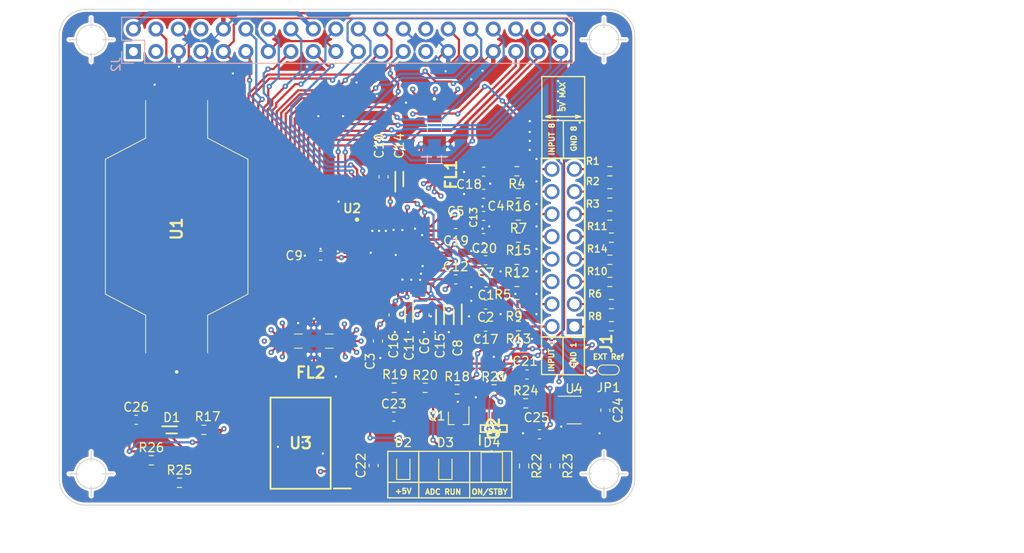
<source format=kicad_pcb>
(kicad_pcb (version 20211014) (generator pcbnew)
  (title_block (title "smuHAT") (date "2021-11-16") (rev "2.2") (company "Institute for Automation of Complex Power Systems - E.ON ERC - RWTH Aachen University") (comment 1 "Author: Carlo Guarnieri Calò Carducci, Ph.D.") (comment 2 "License: Creative Commons Attribution 4.0 International License"))
  (layers (0 "F.Cu" signal) (1 "In1.Cu" power) (2 "In2.Cu" power) (31 "B.Cu" signal) (34 "B.Paste" user) (35 "F.Paste" user) (36 "B.SilkS" user "B.Silkscreen") (37 "F.SilkS" user "F.Silkscreen") (38 "B.Mask" user) (39 "F.Mask" user) (44 "Edge.Cuts" user))
  (net 0 "")
  (net 1 "+3.3V")
  (net 2 "GND")
  (net 3 "+5V")
  (net 4 "/CH0")
  (net 7 "/CH1")
  (net 8 "/CH2")
  (net 9 "/CH3")
  (net 10 "/CH4")
  (net 11 "/SCL")
  (net 12 "/SDA")
  (net 13 "Net-(D1-Pad1)")
  (net 14 "/CH5")
  (net 15 "/CH6")
  (net 16 "/CH7")
  (net 17 "/RDC")
  (net 18 "/AVDD")
  (net 19 "/DVDD")
  (net 20 "/Vref_ADC")
  (net 21 "/SMI_DB5")
  (net 22 "/SMI_DB4")
  (net 23 "/Vref")
  (net 24 "/SMI_DB0")
  (net 25 "/SMI_DB3")
  (net 26 "/SMI_DB1")
  (net 27 "/SMI_DB2")
  (net 28 "Net-(D1-Pad2)")
  (net 29 "Net-(D3-Pad2)")
  (net 30 "Net-(D2-Pad2)")
  (net 31 "Net-(D3-Pad1)")
  (net 32 "Net-(Q2-Pad6)")
  (net 33 "/not_SDN")
  (net 34 "Net-(Q2-Pad3)")
  (net 35 "Net-(J1-Pad1)")
  (net 36 "Net-(J1-Pad2)")
  (net 37 "Net-(J1-Pad3)")
  (net 38 "Net-(J1-Pad4)")
  (net 39 "Net-(J1-Pad5)")
  (net 40 "Net-(J1-Pad6)")
  (net 41 "Net-(J1-Pad7)")
  (net 42 "Net-(J1-Pad8)")
  (net 43 "Net-(J1-Pad9)")
  (net 44 "Net-(J1-Pad10)")
  (net 45 "Net-(J1-Pad11)")
  (net 46 "Net-(J1-Pad12)")
  (net 47 "Net-(J1-Pad13)")
  (net 48 "Net-(J1-Pad14)")
  (net 49 "Net-(J1-Pad15)")
  (net 50 "Net-(J1-Pad16)")
  (net 51 "/32KHz")
  (net 53 "/SHDN")
  (net 54 "/not_RD")
  (net 55 "/not_CS")
  (net 56 "/not_WR")
  (net 57 "/not_EOC")
  (net 58 "/CONVST")
  (net 59 "/SMI_DB15")
  (net 60 "/SMI_DB6")
  (net 61 "/SMI_DB14")
  (net 62 "/SMI_DB7")
  (net 63 "/SMI_DB8")
  (net 64 "/SMI_DB13")
  (net 65 "/SMI_DB9")
  (net 66 "/SMI_DB12")
  (net 67 "/SMI_DB10")
  (net 68 "/SMI_DB11")
  (net 82 "Net-(R22-Pad2)")
  (net 83 "Net-(R23-Pad2)")
  (footprint "MountingHole:MountingHole_2.7mm_M2.5" (layer "F.Cu") (at 117.5 75.5)
    (fp_text reference "REF**")
    (fp_text value "MountingHole_2.7mm_M2.5")
  )
  (footprint "MountingHole:MountingHole_2.7mm_M2.5" (layer "F.Cu") (at 175.5 75.5)
    (fp_text reference "REF**")
    (fp_text value "MountingHole_2.7mm_M2.5")
  )
  (footprint "MountingHole:MountingHole_2.7mm_M2.5" (layer "F.Cu") (at 117.5 124.5)
    (fp_text reference "REF**")
    (fp_text value "MountingHole_2.7mm_M2.5")
  )
  (footprint "MountingHole:MountingHole_2.7mm_M2.5" (layer "F.Cu") (at 175.5 124.5)
    (fp_text reference "REF**")
    (fp_text value "MountingHole_2.7mm_M2.5")
  )
  (footprint "Package_TO_SOT_SMD:SOT-323_SC-70" (layer "F.Cu") (at 159.1 118.175 -90)
    (fp_text reference "Q1")
    (fp_text value "XP231N02013R")
  )
  (footprint "Resistor_SMD:R_0603_1608Metric" (layer "F.Cu") (at 170 123.575 -90)
    (fp_text reference "R23")
    (fp_text value "270")
  )
  (footprint "Capacitor_SMD:C_0603_1608Metric" (layer "F.Cu") (at 158.775 96.25)
    (fp_text reference "C5")
    (fp_text value "100nF")
  )
  (footprint "Capacitor_SMD:C_0603_1608Metric" (layer "F.Cu") (at 155.25 106.525 -90)
    (fp_text reference "C6")
    (fp_text value "100nF")
  )
  (footprint "smu:QFN50P800X800X80-57N" (layer "F.Cu") (at 152 99.75)
    (fp_text reference "U2")
    (fp_text value "MAX11046ETN+" hide)
  )
  (footprint "Resistor_SMD:R_0603_1608Metric" (layer "F.Cu") (at 176.175 95.29)
    (fp_text reference "R3")
    (fp_text value "100")
  )
  (footprint "Resistor_SMD:R_0603_1608Metric" (layer "F.Cu") (at 165.675 90.29 180)
    (fp_text reference "R4")
    (fp_text value "1K")
  )
  (footprint "smu:SODFL1608X70N" (layer "F.Cu") (at 126.7 119.5)
    (fp_text reference "D1")
    (fp_text value "1N4148WT" hide)
  )
  (footprint "Capacitor_SMD:C_0603_1608Metric" (layer "F.Cu") (at 150.622 90.919 90)
    (fp_text reference "C10")
    (fp_text value "100nF")
  )
  (footprint "Resistor_SMD:R_0603_1608Metric" (layer "F.Cu") (at 165.675 102.79 180)
    (fp_text reference "R5")
    (fp_text value "1K")
  )
  (footprint "smu:NFE61" (layer "F.Cu") (at 142.748 109.474)
    (fp_text reference "FL2")
    (fp_text value "NFE61PT472C1H9L" hide)
  )
  (footprint "Resistor_SMD:R_0603_1608Metric" (layer "F.Cu") (at 151.825 114.75 180)
    (fp_text reference "R19")
    (fp_text value "270")
  )
  (footprint "smu:SMTU2032LF" (layer "F.Cu") (at 127.254 96.552 90)
    (fp_text reference "U1")
    (fp_text value "SMTU2032-LF" hide)
  )
  (footprint "Resistor_SMD:R_0603_1608Metric" (layer "F.Cu") (at 165.85 95.29 180)
    (fp_text reference "R7")
    (fp_text value "1K")
  )
  (footprint "Resistor_SMD:R_0603_1608Metric" (layer "F.Cu") (at 176.35 107.79)
    (fp_text reference "R8")
    (fp_text value "100")
  )
  (footprint "Resistor_SMD:R_0603_1608Metric" (layer "F.Cu") (at 165.675 105.29 180)
    (fp_text reference "R9")
    (fp_text value "1K")
  )
  (footprint "Capacitor_SMD:C_0603_1608Metric" (layer "F.Cu") (at 175.6664 117.2842 -90)
    (fp_text reference "C24")
    (fp_text value "1n")
  )
  (footprint "Capacitor_SMD:C_0603_1608Metric" (layer "F.Cu") (at 162.15 107.84 180)
    (fp_text reference "C17")
    (fp_text value "22nF")
  )
  (footprint "Capacitor_SMD:C_0603_1608Metric" (layer "F.Cu") (at 161.925 90.34 180)
    (fp_text reference "C18")
    (fp_text value "22nF")
  )
  (footprint "Capacitor_SMD:C_0603_1608Metric" (layer "F.Cu") (at 158.725 99.5)
    (fp_text reference "C19")
    (fp_text value "100nF")
  )
  (footprint "smu:HDRV16W68P254_2X8_1991X488X1045P" (layer "F.Cu") (at 172.175 107.83 90)
    (fp_text reference "J1")
    (fp_text value "5-146253-8" hide)
  )
  (footprint "smu:NFE61" (layer "F.Cu") (at 156.3624 87.2192 -90)
    (fp_text reference "FL1")
    (fp_text value "NFE61PT472C1H9L" hide)
  )
  (footprint "Resistor_SMD:R_0603_1608Metric" (layer "F.Cu") (at 166.675 116.5)
    (fp_text reference "R24")
    (fp_text value "10k")
  )
  (footprint "smu:WL-SMCC" (layer "F.Cu") (at 157.6 123.6 90)
    (fp_text reference "D3")
    (fp_text value "YELLOW")
  )
  (footprint "Resistor_SMD:R_0603_1608Metric" (layer "F.Cu") (at 176.175 92.79)
    (fp_text reference "R2")
    (fp_text value "100")
  )
  (footprint "smu:SOT95P284X110-6N" (layer "F.Cu") (at 163.068 119.35 90)
    (fp_text reference "Q2")
    (fp_text value "SQ1922EEH-T1_GE3" hide)
  )
  (footprint "Resistor_SMD:R_0603_1608Metric" (layer "F.Cu") (at 176.35 105.29)
    (fp_text reference "R6")
    (fp_text value "100")
  )
  (footprint "Resistor_SMD:R_0603_1608Metric" (layer "F.Cu") (at 176.175 102.79)
    (fp_text reference "R10")
    (fp_text value "100")
  )
  (footprint "Package_TO_SOT_SMD:SOT-23-6" (layer "F.Cu") (at 172.1413 117.2616)
    (fp_text reference "U4")
    (fp_text value "REF34xxT")
  )
  (footprint "smu:CAPPM169X90N" (layer "F.Cu") (at 153.5 106.5 -90)
    (fp_text reference "C11")
    (fp_text value "33uF" hide)
  )
  (footprint "smu:WL-SMCC" (layer "F.Cu") (at 152.85 123.6 90)
    (fp_text reference "D2")
    (fp_text value "BLUE")
  )
  (footprint "Capacitor_SMD:C_0603_1608Metric" (layer "F.Cu") (at 122.682 118.364)
    (fp_text reference "C26")
    (fp_text value "100nF")
  )
  (footprint "Resistor_SMD:R_0603_1608Metric" (layer "F.Cu") (at 130.325 119.5 180)
    (fp_text reference "R17")
    (fp_text value "1K")
  )
  (footprint "smu:SOIC127P1032X265-16N" (layer "F.Cu") (at 141.25 121 180)
    (fp_text reference "U3")
    (fp_text value "DS3231M+TRL" hide)
  )
  (footprint "Resistor_SMD:R_0603_1608Metric" (layer "F.Cu") (at 158.925 114.925)
    (fp_text reference "R18")
    (fp_text value "10k")
  )
  (footprint "Resistor_SMD:R_0603_1608Metric" (layer "F.Cu") (at 176.175 100.29)
    (fp_text reference "R14")
    (fp_text value "100")
  )
  (footprint "Capacitor_SMD:C_0603_1608Metric" (layer "F.Cu") (at 151.775 118)
    (fp_text reference "C23")
    (fp_text value "10u")
  )
  (footprint "Capacitor_SMD:C_0603_1608Metric" (layer "F.Cu") (at 158.775 102.5)
    (fp_text reference "C12")
    (fp_text value "100nF")
  )
  (footprint "Capacitor_SMD:C_0603_1608Metric" (layer "F.Cu") (at 161.925 95.34 180)
    (fp_text reference "C13")
    (fp_text value "22nF")
  )
  (footprint "Resistor_SMD:R_0603_1608Metric" (layer "F.Cu") (at 176.175 90.29)
    (fp_text reference "R1")
    (fp_text value "100")
  )
  (footprint "smu:CAPPM169X90N" (layer "F.Cu") (at 152.4 91.174 90)
    (fp_text reference "C14")
    (fp_text value "33uF" hide)
  )
  (footprint "Resistor_SMD:R_0603_1608Metric" (layer "F.Cu") (at 124.397 122.936)
    (fp_text reference "R26")
    (fp_text value "2K")
  )
  (footprint "smu:CAPPM169X90N" (layer "F.Cu") (at 157 106.75 -90)
    (fp_text reference "C15")
    (fp_text value "33uF" hide)
  )
  (footprint "Capacitor_SMD:C_0603_1608Metric" (layer "F.Cu") (at 151.75 106.525 -90)
    (fp_text reference "C16")
    (fp_text value "100nF")
  )
  (footprint "Resistor_SMD:R_0603_1608Metric" (layer "F.Cu") (at 163.1 114.925)
    (fp_text reference "R21")
    (fp_text value "10k")
  )
  (footprint "Capacitor_SMD:C_0603_1608Metric" (layer "F.Cu") (at 166.825 113.25 180)
    (fp_text reference "C21")
    (fp_text value "100nF")
  )
  (footprint "Capacitor_SMD:C_0603_1608Metric" (layer "F.Cu") (at 161.925 97.84 180)
    (fp_text reference "C20")
    (fp_text value "22nF")
  )
  (footprint "Capacitor_SMD:C_0603_1608Metric" (layer "F.Cu") (at 149.5 123.525 90)
    (fp_text reference "C22")
    (fp_text value "100nF")
  )
  (footprint "Capacitor_SMD:C_0603_1608Metric" (layer "F.Cu") (at 162.2 102.84 180)
    (fp_text reference "C1")
    (fp_text value "22nF")
  )
  (footprint "Capacitor_SMD:C_0603_1608Metric" (layer "F.Cu") (at 162.15 105.34 180)
    (fp_text reference "C2")
    (fp_text value "22nF")
  )
  (footprint "smu:SolderJumper-2_P1.1mm_Open_RoundedPad0.8x0.9mm" (layer "F.Cu") (at 176.0324 112.7252)
    (fp_text reference "JP1")
    (fp_text value "External ref. voltage" hide)
  )
  (footprint "Capacitor_SMD:C_0603_1608Metric" (layer "F.Cu") (at 149.987 109.461 -90)
    (fp_text reference "C3")
    (fp_text value "100nF")
  )
  (footprint "Capacitor_SMD:C_0603_1608Metric" (layer "F.Cu") (at 161.925 92.84 180)
    (fp_text reference "C4")
    (fp_text value "22nF")
  )
  (footprint "Resistor_SMD:R_0603_1608Metric" (layer "F.Cu") (at 176.35 97.79)
    (fp_text reference "R11")
    (fp_text value "100")
  )
  (footprint "Resistor_SMD:R_0603_1608Metric" (layer "F.Cu") (at 127.571 125.476)
    (fp_text reference "R25")
    (fp_text value "2K")
  )
  (footprint "Capacitor_SMD:C_0603_1608Metric" (layer "F.Cu") (at 162.15 100.34 180)
    (fp_text reference "C7")
    (fp_text value "22nF")
  )
  (footprint "Capacitor_SMD:C_0603_1608Metric" (layer "F.Cu") (at 168.225 120)
    (fp_text reference "C25")
    (fp_text value "10u")
  )
  (footprint "smu:WL-SBCC" (layer "F.Cu") (at 162.85 123.725 -90)
    (fp_text reference "D4")
    (fp_text value "LED_Dual_CCAA")
  )
  (footprint "Resistor_SMD:R_0603_1608Metric" (layer "F.Cu") (at 165.85 107.79 180)
    (fp_text reference "R13")
    (fp_text value "1K")
  )
  (footprint "Resistor_SMD:R_0603_1608Metric" (layer "F.Cu") (at 166.5 123.575 -90)
    (fp_text reference "R22")
    (fp_text value "270")
  )
  (footprint "Resistor_SMD:R_0603_1608Metric" (layer "F.Cu") (at 155.325 114.75)
    (fp_text reference "R20")
    (fp_text value "270")
  )
  (footprint "smu:CAPPM169X90N" (layer "F.Cu") (at 159 106.75 -90)
    (fp_text reference "C8")
    (fp_text value "33uF" hide)
  )
  (footprint "Resistor_SMD:R_0603_1608Metric" (layer "F.Cu") (at 165.85 97.79 180)
    (fp_text reference "R15")
    (fp_text value "1K")
  )
  (footprint "Resistor_SMD:R_0603_1608Metric" (layer "F.Cu") (at 165.85 92.79 180)
    (fp_text reference "R16")
    (fp_text value "1K")
  )
  (footprint "Capacitor_SMD:C_0603_1608Metric" (layer "F.Cu") (at 143.523 99.822 180)
    (fp_text reference "C9")
    (fp_text value "100nF")
  )
  (footprint "Resistor_SMD:R_0603_1608Metric" (layer "F.Cu") (at 165.675 100.29 180)
    (fp_text reference "R12")
    (fp_text value "1K")
  )
  (footprint "Connector_PinSocket_2.54mm:PinSocket_2x20_P2.54mm_Vertical" (layer "B.Cu") (at 122.37 76.77 -90)
    (fp_text reference "J2")
    (fp_text value "RPI_header")
  )
  (gr_line (start 168.463575 113.241075) (end 168.463575 108.999275) (layer "F.SilkS") (width 0.15))
  (gr_line (start 168.9608 84.1248) (end 169.4688 84.2772) (layer "F.SilkS") (width 0.15))
  (gr_line (start 151.1 125.425) (end 151.1 127.175) (layer "F.SilkS") (width 0.15))
  (gr_line (start 160.35 125.425) (end 160.35 121.925) (layer "F.SilkS") (width 0.15))
  (gr_line (start 168.4528 109.0168) (end 168.4528 107.7468) (layer "F.SilkS") (width 0.15))
  (gr_line (start 168.9608 84.1248) (end 169.4688 83.9724) (layer "F.SilkS") (width 0.15))
  (gr_line (start 160.35 121.925) (end 154.6 121.925) (layer "F.SilkS") (width 0.15))
  (gr_line (start 173.304975 113.279675) (end 173.297275 109.018575) (layer "F.SilkS") (width 0.15))
  (gr_line (start 160.35 125.425) (end 160.35 127.175) (layer "F.SilkS") (width 0.15))
  (gr_line (start 165.1 121.925) (end 165.1 125.425) (layer "F.SilkS") (width 0.15))
  (gr_line (start 173.3296 80.3148) (end 173.3296 79.6036) (layer "F.SilkS") (width 0.15))
  (gr_line (start 160.35 121.925) (end 165.1 121.925) (layer "F.SilkS") (width 0.15))
  (gr_line (start 172.8724 84.1248) (end 172.3136 83.9724) (layer "F.SilkS") (width 0.15))
  (gr_line (start 168.9608 84.1248) (end 172.8724 84.1248) (layer "F.SilkS") (width 0.15))
  (gr_line (start 169.4688 83.9724) (end 168.9608 84.1248) (layer "F.SilkS") (width 0.15))
  (gr_line (start 168.5036 79.6036) (end 173.3296 79.6036) (layer "F.SilkS") (width 0.15))
  (gr_line (start 154.6 125.425) (end 154.6 127.175) (layer "F.SilkS") (width 0.15))
  (gr_line (start 168.5036 84.5566) (end 173.3373 84.5759) (layer "F.SilkS") (width 0.15))
  (gr_line (start 151.1 127.175) (end 165.1 127.175) (layer "F.SilkS") (width 0.15))
  (gr_line (start 170.901975 113.190275) (end 170.880425 109.008925) (layer "F.SilkS") (width 0.15))
  (gr_line (start 172.8724 84.1248) (end 172.3136 84.2772) (layer "F.SilkS") (width 0.15))
  (gr_line (start 165.1 127.175) (end 165.1 125.425) (layer "F.SilkS") (width 0.15))
  (gr_line (start 165.1 125.425) (end 151.1 125.425) (layer "F.SilkS") (width 0.15))
  (gr_line (start 168.463575 108.999275) (end 173.297275 109.018575) (layer "F.SilkS") (width 0.15))
  (gr_line (start 154.6 125.425) (end 154.6 121.925) (layer "F.SilkS") (width 0.15))
  (gr_line (start 151.1 121.925) (end 151.1 125.425) (layer "F.SilkS") (width 0.15))
  (gr_line (start 168.5036 80.3148) (end 168.5036 79.6036) (layer "F.SilkS") (width 0.15))
  (gr_line (start 154.6 121.925) (end 151.1 121.925) (layer "F.SilkS") (width 0.15))
  (gr_line (start 172.175 109.042) (end 168.4528 109.0168) (layer "F.SilkS") (width 0.15))
  (gr_line (start 170.942 88.7476) (end 170.92045 84.56625) (layer "F.SilkS") (width 0.15))
  (gr_line (start 173.304975 113.279675) (end 168.463575 113.241075) (layer "F.SilkS") (width 0.15))
  (gr_line (start 168.5036 88.7984) (end 168.5036 80.3148) (layer "F.SilkS") (width 0.15))
  (gr_line (start 173.345 88.837) (end 173.3296 80.3148) (layer "F.SilkS") (width 0.15))
  (gr_line (start 172.3136 83.9724) (end 172.8724 84.1248) (layer "F.SilkS") (width 0.15))
  (gr_arc (start 117 128) (mid 114.87868 127.12132) (end 114 125) (layer "Edge.Cuts") (width 0.1))
  (gr_arc (start 114 75) (mid 114.87868 72.87868) (end 117 72) (layer "Edge.Cuts") (width 0.1))
  (gr_arc (start 176 72) (mid 178.12132 72.87868) (end 179 75) (layer "Edge.Cuts") (width 0.1))
  (gr_arc (start 179 125) (mid 178.12132 127.12132) (end 176 128) (layer "Edge.Cuts") (width 0.1))
  (gr_line (start 114 75) (end 114 125) (layer "Edge.Cuts") (width 0.1))
  (gr_line (start 179 75) (end 179 125) (layer "Edge.Cuts") (width 0.1))
  (gr_line (start 176 128) (end 117 128) (layer "Edge.Cuts") (width 0.1))
  (gr_line (start 176 72) (end 117 72) (layer "Edge.Cuts") (width 0.1))
  (gr_text "+5V" (at 152.85 126.425) (layer "F.SilkS") (effects (font (size 0.6 0.6))))
  (gr_text "ADC RUN" (at 157.35 126.5) (layer "F.SilkS") (effects (font (size 0.6 0.6))))
  (gr_text "INPUT 1" (at 169.581175 111.107475 90) (layer "F.SilkS") (effects (font (size 0.6 0.6))))
  (gr_text "5V MAX" (at 170.8404 81.8896 90) (layer "F.SilkS") (effects (font (size 0.6 0.6))))
  (gr_text "ON/STBY" (at 162.6 126.5) (layer "F.SilkS") (effects (font (size 0.6 0.6))))
  (gr_text "INPUT 8" (at 169.6212 86.6648 90) (layer "F.SilkS") (effects (font (size 0.6 0.6))))
  (gr_text "GND 1" (at 172.070375 111.056675 90) (layer "F.SilkS") (effects (font (size 0.6 0.6))))
  (gr_text "GND 8" (at 172.1104 86.614 90) (layer "F.SilkS") (effects (font (size 0.6 0.6))))
  (gr_text "EXT Ref" (at 176.022 111.252) (layer "F.SilkS") (effects (font (size 0.6 0.6))))
  (target plus (at 117.602 124.46) (size 5) (width 0.1) (layer "Edge.Cuts"))
  (target plus (at 117.602 75.438) (size 5) (width 0.1) (layer "Edge.Cuts"))
  (target plus (at 175.514 75.438) (size 5) (width 0.1) (layer "Edge.Cuts"))
  (target plus (at 175.514 124.46) (size 5) (width 0.1) (layer "Edge.Cuts"))
  (segment (start 121.92 121.92) (end 122.556 121.92) (width 0.25) (layer "F.Cu") (net 1))
  (segment (start 139.298 109.474) (end 139.298 111.146) (width 0.25) (layer "F.Cu") (net 1))
  (segment (start 139.192 109.474) (end 137.922 110.744) (width 0.25) (layer "F.Cu") (net 1))
  (segment (start 139.298 109.474) (end 139.298 107.548) (width 0.25) (layer "F.Cu") (net 1))
  (segment (start 145.962 124.175) (end 143.541 124.175) (width 0.25) (layer "F.Cu") (net 1))
  (segment (start 132.588 119.38) (end 131.064 120.904) (width 0.25) (layer "F.Cu") (net 1))
  (segment (start 139.298 111.146) (end 139.192 111.252) (width 0.25) (layer "F.Cu") (net 1))
  (segment (start 121.92 118.377) (end 121.907 118.364) (width 0.25) (layer "F.Cu") (net 1))
  (segment (start 123.572 122.936) (end 126.112 125.476) (width 0.25) (layer "F.Cu") (net 1))
  (segment (start 149.5 124.3) (end 149.375 124.175) (width 0.25) (layer "F.Cu") (net 1))
  (segment (start 139.192 109.474) (end 137.922 108.204) (width 0.25) (layer "F.Cu") (net 1))
  (segment (start 139.298 109.474) (end 139.192 109.474) (width 0.25) (layer "F.Cu") (net 1))
  (segment (start 131.15 119.5) (end 132.468 119.5) (width 0.25) (layer "F.Cu") (net 1))
  (segment (start 121.92 121.92) (end 121.92 118.377) (width 0.25) (layer "F.Cu") (net 1))
  (segment (start 149.375 124.175) (end 145.962 124.175) (width 0.25) (layer "F.Cu") (net 1))
  (segment (start 122.556 121.92) (end 123.572 122.936) (width 0.25) (layer "F.Cu") (net 1))
  (segment (start 132.468 119.5) (end 132.588 119.38) (width 0.25) (layer "F.Cu") (net 1))
  (segment (start 126.112 125.476) (end 126.746 125.476) (width 0.25) (layer "F.Cu") (net 1))
  (segment (start 131.064 120.904) (end 129.032 120.904) (width 0.25) (layer "F.Cu") (net 1))
  (segment (start 139.298 109.474) (end 137.16 109.474) (width 0.25) (layer "F.Cu") (net 1))
  (segment (start 143.541 124.175) (end 143.51 124.206) (width 0.25) (layer "F.Cu") (net 1))
  (segment (start 139.298 107.548) (end 139.192 107.442) (width 0.25) (layer "F.Cu") (net 1))
  (via (at 137.922 110.744) (size 0.6) (drill 0.25) (layers "F.Cu" "B.Cu") (net 1))
  (via (at 143.51 124.206) (size 0.6) (drill 0.25) (layers "F.Cu" "B.Cu") (net 1))
  (via (at 139.192 111.252) (size 0.6) (drill 0.25) (layers "F.Cu" "B.Cu") (net 1))
  (via (at 137.16 109.474) (size 0.6) (drill 0.25) (layers "F.Cu" "B.Cu") (net 1))
  (via (at 132.588 119.38) (size 0.6) (drill 0.25) (layers "F.Cu" "B.Cu") (net 1))
  (via (at 121.92 121.92) (size 0.6) (drill 0.25) (layers "F.Cu" "B.Cu") (net 1))
  (via (at 137.922 108.204) (size 0.6) (drill 0.25) (layers "F.Cu" "B.Cu") (net 1))
  (via (at 129.032 120.904) (size 0.6) (drill 0.25) (layers "F.Cu" "B.Cu") (net 1))
  (via (at 139.192 107.442) (size 0.6) (drill 0.25) (layers "F.Cu" "B.Cu") (net 1))
  (segment (start 129.032 120.904) (end 122.936 120.904) (width 0.25) (layer "B.Cu") (net 1))
  (segment (start 124.12 72.48) (end 122.37 74.23) (width 0.5) (layer "B.Cu") (net 1))
  (segment (start 142.69 74.23) (end 140.94 72.48) (width 0.5) (layer "B.Cu") (net 1))
  (segment (start 122.936 120.904) (end 121.92 121.92) (width 0.25) (layer "B.Cu") (net 1))
  (segment (start 140.94 72.48) (end 124.12 72.48) (width 0.5) (layer "B.Cu") (net 1))
  (segment (start 151.75 95.8) (end 151.75 96.916) (width 0.25) (layer "F.Cu") (net 2))
  (segment (start 154.98028 102) (end 154.838351 101.858071) (width 0.25) (layer "F.Cu") (net 2))
  (segment (start 158.9066 85.8986) (end 166.7256 78.0796) (width 0.25) (layer "F.Cu") (net 2))
  (segment (start 171.0038 117.2616) (end 170.1884 117.2616) (width 0.25) (layer "F.Cu") (net 2))
  (segment (start 155.95 98.5) (end 153.25 98.5) (width 0.25) (layer "F.Cu") (net 2))
  (segment (start 157.8624 87.2192) (end 158.9066 86.175) (width 0.25) (layer "F.Cu") (net 2))
  (segment (start 150.603 122.178) (end 150.603 121.647) (width 0.25) (layer "F.Cu") (net 2))
  (segment (start 142.748 107.974) (end 142.748 110.974) (width 0.25) (layer "F.Cu") (net 2))
  (segment (start 172.212 116.437651) (end 171.388051 117.2616) (width 0.25) (layer "F.Cu") (net 2))
  (segment (start 138.785 75.595) (end 144.055 75.595) (width 0.25) (layer "F.Cu") (net 2))
  (segment (start 161.798 96.774) (end 162.306 96.774) (width 0.25) (layer "F.Cu") (net 2))
  (segment (start 154.8624 87.9616) (end 152.4 90.424) (width 0.25) (layer "F.Cu") (net 2))
  (segment (start 142.748 119.634) (end 141.478 120.904) (width 0.25) (layer "F.Cu") (net 2))
  (segment (start 162.296 91.694) (end 161.15 92.84) (width 0.25) (layer "F.Cu") (net 2))
  (segment (start 161.425 102.84) (end 162.725 104.14) (width 0.25) (layer "F.Cu") (net 2))
  (segment (start 145.451 99.35) (end 146.055484 99.35) (width 0.25) (layer "F.Cu") (net 2))
  (segment (start 162.118 120.65) (end 162.118 121.224) (width 0.2) (layer "F.Cu") (net 2))
  (segment (start 152.85 124.425) (end 150.603 122.178) (width 0.25) (layer "F.Cu") (net 2))
  (segment (start 153.25 101) (end 155.032 101) (width 0.25) (layer "F.Cu") (net 2))
  (segment (start 152.75 100.5) (end 152.75 102.52) (width 0.25) (layer "F.Cu") (net 2))
  (segment (start 163.01 76.77) (end 163.01 77.450052) (width 0.15) (layer "F.Cu") (net 2))
  (segment (start 154.8624 87.2192) (end 154.8624 87.9616) (width 0.25) (layer "F.Cu") (net 2))
  (segment (start 172.212 115.062) (end 172.212 116.437651) (width 0.25) (layer "F.Cu") (net 2))
  (segment (start 161.29 100.255) (end 161.375 100.34) (width 0.25) (layer "F.Cu") (net 2))
  (segment (start 161.788211 77.991789) (end 163.01 76.77) (width 0.15) (layer "F.Cu") (net 2))
  (segment (start 166.05 113.25) (end 166.05 116.018) (width 0.25) (layer "F.Cu") (net 2))
  (segment (start 159.6136 78.994) (end 157.6324 78.994) (width 0.15) (layer "F.Cu") (net 2))
  (segment (start 161.035 107.5) (end 159 107.5) (width 0.25) (layer "F.Cu") (net 2))
  (segment (start 170.63 74.23) (end 169.265 75.595) (width 0.25) (layer "F.Cu") (net 2))
  (segment (start 177 100.29) (end 177 97.965) (width 0.25) (layer "F.Cu") (net 2))
  (segment (start 166.6794 75.595) (end 164.185 75.595) (width 0.25) (layer "F.Cu") (net 2))
  (segment (start 153.75 98) (end 152 99.75) (width 0.25) (layer "F.Cu") (net 2))
  (segment (start 157.8624 87.2192) (end 160.9832 90.34) (width 0.25) (layer "F.Cu") (net 2))
  (segment (start 170.1884 117.2616) (end 167.45 120) (width 0.25) (layer "F.Cu") (net 2))
  (segment (start 136.761 121.412) (end 136.538 121.635) (width 0.25) (layer "F.Cu") (net 2))
  (segment (start 151.892 108.458) (end 151.75 108.316) (width 0.25) (layer "F.Cu") (net 2))
  (segment (start 161.29 107.925) (end 161.375 107.84) (width 0.25) (layer "F.Cu") (net 2))
  (segment (start 155.194 108.458) (end 155.194 107.442) (width 0.25) (layer "F.Cu") (net 2))
  (segment (start 177.175 102.965) (end 177 102.79) (width 0.25) (layer "F.Cu") (net 2))
  (segment (start 153.782 99.75) (end 155.032 101) (width 0.25) (layer "F.Cu") (net 2))
  (segment (start 158.1 114.925) (end 158.1 116.825) (width 0.25) (layer "F.Cu") (net 2))
  (segment (start 166.37 119.888) (end 167.338 119.888) (width 0.25) (layer "F.Cu") (net 2))
  (segment (start 155.194 108.458) (end 155.25 108.402) (width 0.25) (layer "F.Cu") (net 2))
  (segment (start 160.24 96.25) (end 161.15 95.34) (width 0.25) (layer "F.Cu") (net 2))
  (segment (start 153.5 107.25) (end 153.5 108.374) (width 0.25) (layer "F.Cu") (net 2))
  (segment (start 142.748 99.822) (end 141.732 99.822) (width 0.25) (layer "F.Cu") (net 2))
  (segment (start 151.75 99.5) (end 149.166 99.5) (width 0.25) (layer "F.Cu") (net 2))
  (segment (start 156.499 119.126) (end 158.45 117.175) (width 0.25) (layer "F.Cu") (net 2))
  (segment (start 158.45 117.175) (end 158.45 116.886) (width 0.25) (layer "F.Cu") (net 2))
  (segment (start 161.37234 99.23166) (end 162.09985 99.23166) (width 0.25) (layer "F.Cu") (net 2))
  (segment (start 161.376 115.824) (end 162.275 114.925) (width 0.25) (layer "F.Cu") (net 2))
  (segment (start 177 90.29) (end 177 89.0144) (width 0.25) (layer "F.Cu") (net 2))
  (segment (start 160.528 79.9084) (end 159.6136 78.994) (width 0.15) (layer "F.Cu") (net 2))
  (segment (start 160.528 104.9245) (end 160.9595 104.9245) (width 0.25) (layer "F.Cu") (net 2))
  (segment (start 152.75 96.932) (end 152.75 99) (width 0.25) (layer "F.Cu") (net 2))
  (segment (start 150.2515 111.379) (end 148.1433 113.4872) (width 0.25) (layer "F.Cu") (net 2))
  (segment (start 157.93 76.77) (end 157.5704 76.77) (width 0.25) (layer "F.Cu") (net 2))
  (segment (start 161.29 108.966) (end 161.29 107.925) (width 0.25) (layer "F.Cu") (net 2))
  (segment (start 152.75 102.52) (end 152.75 103.7) (width 0.25) (layer "F.Cu") (net 2))
  (segment (start 154.75 97) (end 152 99.75) (width 0.25) (layer "F.Cu") (net 2))
  (segment (start 148.05 99.5) (end 149.166 99.5) (width 0.25) (layer "F.Cu") (net 2))
  (segment (start 146.225242 99.519758) (end 148.030242 99.519758) (width 0.25) (layer "F.Cu") (net 2))
  (segment (start 161.375 107.781) (end 160.274 106.68) (width 0.25) (layer "F.Cu") (net 2))
  (segment (start 137.61 76.77) (end 138.785 75.595) (width 0.25) (layer "F.Cu") (net 2))
  (segment (start 142.748 110.974) (end 142.748 119.634) (width 0.25) (layer "F.Cu") (net 2))
  (segment (start 153.75 101.5) (end 153.75 102.536) (width 0.25) (layer "F.Cu") (net 2))
  (segment (start 166.7256 75.6412) (end 166.6794 75.595) (width 0.25) (layer "F.Cu") (net 2))
  (segment (start 148.1433 113.4872) (end 145.2372 113.4872) (width 0.25) (layer "F.Cu") (net 2))
  (segment (start 126.0668 81.82) (end 124.7648 80.518) (width 0.25) (layer "F.Cu") (net 2))
  (segment (start 160.342 99.5) (end 160.528 99.314) (width 0.25) (layer "F.Cu") (net 2))
  (segment (start 152.12 90.144) (end 152.4 90.424) (width 0.25) (layer "F.Cu") (net 2))
  (segment (start 166.7256 78.0796) (end 166.7256 75.6412) (width 0.25) (layer "F.Cu") (net 2))
  (segment (start 161.036 115.824) (end 161.376 115.824) (width 0.25) (layer "F.Cu") (net 2))
  (segment (start 154.75 95.8) (end 154.75 97) (width 0.25) (layer "F.Cu") (net 2))
  (segment (start 152 99.75) (end 153.782 99.75) (width 0.25) (layer "F.Cu") (net 2))
  (segment (start 151.75 108.316) (end 151.75 107.3) (width 0.25) (layer "F.Cu") (net 2))
  (segment (start 155.95 102) (end 154.98028 102) (width 0.25) (layer "F.Cu") (net 2))
  (segment (start 150.603 121.647) (end 151 121.25) (width 0.25) (layer "F.Cu") (net 2))
  (segment (start 151.75 96.916) (end 151.75 99.5) (width 0.25) (layer "F.Cu") (net 2))
  (segment (start 152 99.75) (end 152.75 100.5) (width 0.25) (layer "F.Cu") (net 2))
  (segment (start 157.988 108.458) (end 158.042 108.458) (width 0.25) (layer "F.Cu") (net 2))
  (segment (start 158.9066 86.175) (end 158.9066 85.8986) (width 0.25) (layer "F.Cu") (net 2))
  (segment (start 161.375 107.84) (end 161.375 107.781) (width 0.25) (layer "F.Cu") (net 2))
  (segment (start 146.055484 99.35) (end 146.225242 99.519758) (width 0.25) (layer "F.Cu") (net 2))
  (segment (start 142.748 99.822) (end 143.51 99.06) (width 0.25) (layer "F.Cu") (net 2))
  (segment (start 148.030242 99.519758) (end 148.05 99.5) (width 0.25) (layer "F.Cu") (net 2))
  (segment (start 150.622 90.144) (end 152.12 90.144) (width 0.25) (layer "F.Cu") (net 2))
  (segment (start 152.75 99) (end 152 99.75) (width 0.25) (layer "F.Cu") (net 2))
  (segment (start 177 97.965) (end 177.175 97.79) (width 0.25) (layer "F.Cu") (net 2))
  (segment (start 166.05 116.018) (end 164.018 118.05) (width 0.25) (layer "F.Cu") (net 2))
  (segment (start 162.118 121.224) (end 162.814 121.92) (width 0.2) (layer "F.Cu") (net 2))
  (segment (start 177 89.0144) (end 172.7708 84.7852) (width 0.25) (layer "F.Cu") (net 2))
  (segment (start 159.7484 90.34) (end 159.7152 90.3732) (width 0.25) (layer "F.Cu") (net 2))
  (segment (start 151.75 99.5) (end 152 99.75) (width 0.25) (layer "F.Cu") (net 2))
  (segment (start 154.75 102.552) (end 154.75 102.5) (width 0.25) (layer "F.Cu") (net 2))
  (segment (start 171.388051 117.2616) (end 171.0038 117.2616) (width 0.25) (layer "F.Cu") (net 2))
  (segment (start 177.175 95.465) (end 177 95.29) (width 0.25) (layer "F.Cu") (net 2))
  (segment (start 161.798 96.774) (end 161.798 97.192) (width 0.25) (layer "F.Cu") (net 2))
  (segment (start 159.7152 92.8624) (end 161.1276 92.8624) (width 0.25) (layer "F.Cu") (net 2))
  (segment (start 151.75 103.7) (end 151.75 100) (width 0.25) (layer "F.Cu") (net 2))
  (segment (start 162.725 104.14) (end 165.5064 104.14) (width 0.25) (layer "F.Cu") (net 2))
  (segment (start 153.5 108.374) (end 153.416 108.458) (width 0.25) (layer "F.Cu") (net 2))
  (segment (start 175.6664 118.0592) (end 175.6664 119.2276) (width 0.25) (layer "F.Cu") (net 2))
  (segment (start 152.75 95.8) (end 152.75 96.932) (width 0.25) (layer "F.Cu") (net 2))
  (segment (start 177.175 105.29) (end 177.175 102.965) (width 0.25) (layer "F.Cu") (net 2))
  (segment (start 162.6616 91.694) (end 162.296 91.694) (width 0.25) (layer "F.Cu") (net 2))
  (segment (start 159.55 102.5) (end 161.085 102.5) (width 0.25) (layer "F.Cu") (net 2))
  (segment (start 153.75 95.8) (end 153.75 98) (width 0.25) (layer "F.Cu") (net 2))
  (segment (start 151.274 118) (end 152.4 119.126) (width 0.25) (layer "F.Cu") (net 2))
  (segment (start 162.275 114.925) (end 162.275 114.077) (width 0.25) (layer "F.Cu") (net 2))
  (segment (start 177 92.79) (end 177 90.29) (width 0.25) (layer "F.Cu") (net 2))
  (segment (start 142.748 107.974) (end 142.748 106.934) (width 0.25) (layer "F.Cu") (net 2))
  (segment (start 161.29 99.314) (end 161.29 100.255) (width 0.25) (layer "F.Cu") (net 2))
  (segment (start 161.375 107.84) (end 161.035 107.5) (width 0.25) (layer "F.Cu") (net 2))
  (segment (start 142.24 107.442) (end 142.748 106.934) (width 0.25) (layer "F.Cu") (net 2))
  (segment (start 161.29 99.314) (end 161.37234 99.23166) (width 0.25) (layer "F.Cu") (net 2))
  (segment (start 160.9595 104.9245) (end 161.375 105.34) (width 0.25) (layer "F.Cu") (net 2))
  (segment (start 154.75 103.7) (end 154.75 102.552) (width 0.25) (layer "F.Cu") (net 2))
  (segment (start 151 118) (end 151.274 118) (width 0.25) (layer "F.Cu") (net 2))
  (segment (start 152.4 119.126) (end 156.499 119.126) (width 0.25) (layer "F.Cu") (net 2))
  (segment (start 177.175 107.79) (end 172.212 112.753) (width 0.25) (layer "F.Cu") (net 2))
  (segment (start 155.194 107.442) (end 155.956 106.68) (width 0.25) (layer "F.Cu") (net 2))
  (segment (start 177.175 97.79) (end 177.175 95.465) (width 0.25) (layer "F.Cu") (net 2))
  (segment (start 127.762 81.82) (end 126.0668 81.82) (width 0.25) (layer "F.Cu") (net 2))
  (segment (start 151.75 100) (end 152 99.75) (width 0.25) (layer "F.Cu") (net 2))
  (segment (start 157.5704 76.77) (end 156.6672 77.6732) (width 0.25) (layer "F.Cu") (net 2))
  (segment (start 161.085 102.5) (end 161.425 102.84) (width 0.25) (layer "F.Cu") (net 2))
  (segment (start 159.55 96.25) (end 160.24 96.25) (width 0.25) (layer "F.Cu") (net 2))
  (segment (start 158.1 116.825) (end 158.45 117.175) (width 0.25) (layer "F.Cu") (net 2))
  (segment (start 158.45 116.886) (end 159.004 116.332) (width 0.25) (layer "F.Cu") (net 2))
  (segment (start 167.2336 84.5312) (end 170.3324 84.5312) (width 0.25) (layer "F.Cu") (net 2))
  (segment (start 153.25 98.5) (end 152 99.75) (width 0.25) (layer "F.Cu") (net 2))
  (segment (start 164.185 75.595) (end 163.01 76.77) (width 0.25) (layer "F.Cu") (net 2))
  (segment (start 160.9832 90.34) (end 161.15 90.34) (width 0.25) (layer "F.Cu") (net 2))
  (segment (start 152 99.75) (end 153.25 101) (width 0.25) (layer "F.Cu") (net 2))
  (segment (start 154.25 102) (end 152 99.75) (width 0.25) (layer "F.Cu") (net 2))
  (segment (start 177 102.79) (end 177 100.29) (width 0.25) (layer "F.Cu") (net 2))
  (segment (start 151 121.25) (end 151 118) (width 0.25) (layer "F.Cu") (net 2))
  (segment (start 162.275 114.925) (end 162.275 115.793) (width 0.25) (layer "F.Cu") (net 2))
  (segment (start 161.066 102.84) (end 160.528 103.378) (width 0.25) (layer "F.Cu") (net 2))
  (segment (start 152 99.75) (end 154.25 97.5) (width 0.25) (layer "F.Cu") (net 2))
  (segment (start 140.97 107.442) (end 142.24 107.442) (width 0.25) (layer "F.Cu") (net 2))
  (segment (start 155.25 108.402) (end 155.25 107.3) (width 0.25) (layer "F.Cu") (net 2))
  (segment (start 144.055 75.595) (end 145.23 76.77) (width 0.25) (layer "F.Cu") (net 2))
  (segment (start 138.684 121.412) (end 136.761 121.412) (width 0.25) (layer "F.Cu") (net 2))
  (segment (start 155.95 102) (end 154.25 102) (width 0.25) (layer "F.Cu") (net 2))
  (segment (start 154.75 102.5) (end 152 99.75) (width 0.25) (layer "F.Cu") (net 2))
  (segment (start 155.95 97.5) (end 154.976 97.5) (width 0.25) (layer "F.Cu") (net 2))
  (segment (start 161.798 94.2645) (end 161.798 94.692) (width 0.25) (layer "F.Cu") (net 2))
  (segment (start 169.265 75.595) (end 166.6794 75.595) (width 0.25) (layer "F.Cu") (net 2))
  (segment (start 175.6664 119.2276) (end 175.006 119.888) (width 0.25) (layer "F.Cu") (net 2))
  (segment (start 161.798 97.192) (end 161.15 97.84) (width 0.25) (layer "F.Cu") (net 2))
  (segment (start 161.798 94.692) (end 161.15 95.34) (width 0.25) (layer "F.Cu") (net 2))
  (segment (start 153.75 102.536) (end 153.75 103.7) (width 0.25) (layer "F.Cu") (net 2))
  (segment (start 156.464 108.458) (end 156.464 108.036) (width 0.25) (layer "F.Cu") (net 2))
  (segment (start 177 95.29) (end 177 92.79) (width 0.25) (layer "F.Cu") (net 2))
  (segment (start 161.788211 78.933411) (end 161.788211 77.991789) (width 0.15) (layer "F.Cu") (net 2))
  (segment (start 158.042 108.458) (end 159 107.5) (width 0.25) (layer "F.Cu") (net 2))
  (segment (start 149.5 122.75) (end 150.603 121.647) (width 0.25) (layer "F.Cu") (net 2))
  (segment (start 162.275 115.793) (end 162.6 116.118) (width 0.25) (layer "F.Cu") (net 2))
  (segment (start 177.175 107.79) (end 177.175 105.29) (width 0.25) (layer "F.Cu") (net 2))
  (segment (start 155.194 108.458) (end 153.416 110.236) (width 0.25) (layer "F.Cu") (net 2))
  (segment (start 162.275 114.077) (end 162.306 114.046) (width 0.25) (layer "F.Cu") (net 2))
  (segment (start 162.306 96.774) (end 162.56 96.52) (width 0.25) (layer "F.Cu") (net 2))
  (segment (start 155.95 101) (end 155.032 101) (width 0.25) (layer "F.Cu") (net 2))
  (segment (start 153.416 110.236) (end 149.987 110.236) (width 0.25) (layer "F.Cu") (net 2))
  (segment (start 161.1276 92.8624) (end 161.15 92.84) (width 0.25) (layer "F.Cu") (net 2))
  (segment (start 161.15 90.34) (end 159.7484 90.34) (width 0.25) (layer "F.Cu") (net 2))
  (segment (start 154.25 97.5) (end 154.976 97.5) (width 0.25) (layer "F.Cu") (net 2))
  (segment (start 152 99.75) (end 153.75 101.5) (width 0.25) (layer "F.Cu") (net 2))
  (segment (start 161.425 102.84) (end 161.066 102.84) (width 0.25) (layer "F.Cu") (net 2))
  (segment (start 159.5 99.5) (end 160.342 99.5) (width 0.25) (layer "F.Cu") (net 2))
  (segment (start 172.212 112.753) (end 172.212 115.062) (width 0.25) (layer "F.Cu") (net 2))
  (segment (start 167.338 119.888) (end 167.45 120) (width 0.25) (layer "F.Cu") (net 2))
  (segment (start 156.464 108.036) (end 157 107.5) (width 0.25) (layer "F.Cu") (net 2))
  (segment (start 167.132 84.6328) (end 167.2336 84.5312) (width 0.25) (layer "F.Cu") (net 2))
  (via (at 160.274 106.68) (size 0.6) (drill 0.25) (layers "F.Cu" "B.Cu") (net 2))
  (via (at 153.75 102.536) (size 0.6) (drill 0.25) (layers "F.Cu" "B.Cu") (net 2))
  (via (at 167.132 87.884) (size 0.6) (drill 0.25) (layers "F.Cu" "B.Cu") (net 2))
  (via (at 156.464 108.458) (size 0.6) (drill 0.25) (layers "F.Cu" "B.Cu") (net 2))
  (via (at 150.2515 111.379) (size 0.6) (drill 0.25) (layers "F.Cu" "B.Cu") (net 2))
  (via (at 124.7648 80.518) (size 0.6) (drill 0.25) (layers "F.Cu" "B.Cu") (net 2))
  (via (at 154.976 97.5) (size 0.6) (drill 0.25) (layers "F.Cu" "B.Cu") (net 2))
  (via (at 145.2372 113.4872) (size 0.6) (drill 0.25) (layers "F.Cu" "B.Cu") (net 2))
  (via (at 162.09985 99.23166) (size 0.6) (drill 0.25) (layers "F.Cu" "B.Cu") (net 2))
  (via (at 150.114 97.028) (size 0.6) (drill 0.25) (layers "F.Cu" "B.Cu") (net 2))
  (via (at 167.894 99.06) (size 0.6) (drill 0.25) (layers "F.Cu" "B.Cu") (net 2))
  (via (at 145.451 99.35) (size 0.6) (drill 0.25) (layers "F.Cu" "B.Cu") (net 2))
  (via (at 159.7152 90.3732) (size 0.6) (drill 0.25) (layers "F.Cu" "B.Cu") (net 2))
  (via (at 155.032 101) (size 0.6) (drill 0.25) (layers "F.Cu" "B.Cu") (net 2))
  (via (at 162.814 121.92) (size 0.6) (drill 0.25) (layers "F.Cu" "B.Cu") (net 2))
  (via (at 160.528 103.378) (size 0.6) (drill 0.25) (layers "F.Cu" "B.Cu") (net 2))
  (via (at 161.29 99.314) (size 0.6) (drill 0.25) (layers "F.Cu" "B.Cu") (net 2))
  (via (at 153.162 82.55) (size 0.6) (drill 0.25) (layers "F.Cu" "B.Cu") (net 2))
  (via (at 170.3324 81.28) (size 0.6) (drill 0.25) (layers "F.Cu" "B.Cu") (net 2))
  (via (at 143.256 84.074) (size 0.6) (drill 0.25) (layers "F.Cu" "B.Cu") (net 2))
  (via (at 159.7152 92.8624) (size 0.6) (drill 0.25) (layers "F.Cu" "B.Cu") (net 2))
  (via (at 154.75 102.552) (size 0.6) (drill 0.25) (layers "F.Cu" "B.Cu") (net 2))
  (via (at 146.05 84.074) (size 0.6) (drill 0.25) (layers "F.Cu" "B.Cu") (net 2))
  (via (at 161.29 108.966) (size 0.6) (drill 0.25) (layers "F.Cu" "B.Cu") (net 2))
  (via (at 161.798 96.774) (size 0.6) (drill 0.25) (layers "F.Cu" "B.Cu") (net 2))
  (via (at 168.148 123.952) (size 0.6) (drill 0.25) (layers "F.Cu" "B.Cu") (net 2))
  (via (at 166.37 119.888) (size 0.6) (drill 0.25) (layers "F.Cu" "B.Cu") (net 2))
  (via (at 141.478 120.904) (size 0.6) (drill 0.25) (layers "F.Cu" "B.Cu") (net 2))
  (via (at 162.306 114.046) (size 0.6) (drill 0.25) (layers "F.Cu" "B.Cu") (net 2))
  (via (at 170.3324 83.4136) (size 0.6) (drill 0.25) (layers "F.Cu" "B.Cu") (net 2))
  (via (at 170.688 119.126) (size 0.6) (drill 0.25) (layers "F.Cu" "B.Cu") (net 2))
  (via (at 143.51 99.06) (size 0.6) (drill 0.25) (layers "F.Cu" "B.Cu") (net 2))
  (via (at 155.194 108.458) (size 0.6) (drill 0.25) (layers "F.Cu" "B.Cu") (net 2))
  (via (at 156.6672 77.6732) (size 0.6) (drill 0.25) (layers "F.Cu" "B.Cu") (net 2))
  (via (at 157.988 108.458) (size 0.6) (drill 0.25) (layers "F.Cu" "B.Cu") (net 2))
  (via (at 167.132 86.868) (size 0.6) (drill 0.25) (layers "F.Cu" "B.Cu") (net 2))
  (via (at 167.894 104.14) (size 0.6) (drill 0.25) (layers "F.Cu" "B.Cu") (net 2))
  (via (at 141.732 99.822) (size 0.6) (drill 0.25) (layers "F.Cu" "B.Cu") (net 2))
  (via (at 167.894 96.52) (size 0.6) (drill 0.25) (layers "F.Cu" "B.Cu") (net 2))
  (via (at 149.352 97.028) (size 0.6) (drill 0.25) (layers "F.Cu" "B.Cu") (net 2))
  (via (at 141.986 78.486) (size 0.6) (drill 0.25) (layers "F.Cu" "B.Cu") (net 2))
  (via (at 150.876 97.028) (size 0.6) (drill 0.25) (layers "F.Cu" "B.Cu") (net 2))
  (via (at 161.798 94.2645) (size 0.6) (drill 0.25) (layers "F.Cu" "B.Cu") (net 2))
  (via (at 152.75 102.52) (size 0.6) (drill 0.25) (layers "F.Cu" "B.Cu") (net 2))
  (via (at 162.6616 91.694) (size 0.6) (drill 0.25) (layers "F.Cu" "B.Cu") (net 2))
  (via (at 167.894 93.98) (size 0.6) (drill 0.25) (layers "F.Cu" "B.Cu") (net 2))
  (via (at 152.75 96.932) (size 0.6) (drill 0.25) (layers "F.Cu" "B.Cu") (net 2))
  (via (at 160.528 104.9245) (size 0.6) (drill 0.25) (layers "F.Cu" "B.Cu") (net 2))
  (via (at 167.894 91.44) (size 0.6) (drill 0.25) (layers "F.Cu" "B.Cu") (net 2))
  (via (at 170.3324 84.5312) (size 0.6) (drill 0.25) (layers "F.Cu" "B.Cu") (net 2))
  (via (at 149.166 99.5) (size 0.6) (drill 0.25) (layers "F.Cu" "B.Cu") (net 2))
  (via (at 175.006 119.888) (size 0.6) (drill 0.25) (layers "F.Cu" "B.Cu") (net 2))
  (via (at 163.83 101.6) (size 0.6) (drill 0.25) (layers "F.Cu" "B.Cu") (net 2))
  (via (at 160.528 79.9084) (size 0.6) (drill 0.25) (layers "F.Cu" "B.Cu") (net 2))
  (via (at 165.5064 104.14) (size 0.6) (drill 0.25) (layers "F.Cu" "B.Cu") (net 2))
  (via (at 145.542 93.726) (size 0.6) (drill 0.25) (layers "F.Cu" "B.Cu") (net 2))
  (via (at 167.894 101.6) (size 0.6) (drill 0.25) (layers "F.Cu" "B.Cu") (net 2))
  (via (at 154.178 96.774) (size 0.6) (drill 0.25) (layers "F.Cu" "B.Cu") (net 2))
  (via (at 152 99.75) (size 0.6) (drill 0.25) (layers "F.Cu" "B.Cu") (net 2))
  (via (at 149.86 81.788) (size 0.6) (drill 0.25) (layers "F.Cu" "B.Cu") (net 2))
  (via (at 153.416 108.458) (size 0.6) (drill 0.25) (layers "F.Cu" "B.Cu") (net 2))
  (via (at 170.3324 82.3468) (size 0.6) (drill 0.25) (layers "F.Cu" "B.Cu") (net 2))
  (via (at 155.956 106.68) (size 0.6) (drill 0.25) (layers "F.Cu" "B.Cu") (net 2))
  (via (at 160.528 99.314) (size 0.6) (drill 0.25) (layers "F.Cu" "B.Cu") (net 2))
  (via (at 167.132 85.852) (size 0.6) (drill 0.25) (layers "F.Cu" "B.Cu") (net 2))
  (via (at 163.068 111.252) (size 0.6) (drill 0.25) (layers "F.Cu" "B.Cu") (net 2))
  (via (at 167.894 106.426) (size 0.6) (drill 0.25) (layers "F.Cu" "B.Cu") (net 2))
  (via (at 170.3324 80.1116) (size 0.6) (drill 0.25) (layers "F.Cu" "B.Cu") (net 2))
  (via (at 159.004 116.332) (size 0.6) (drill 0.25) (layers "F.Cu" "B.Cu") (net 2))
  (via (at 140.97 107.442) (size 0.6) (drill 0.25) (layers "F.Cu" "B.Cu") (net 2))
  (via (at 154.838351 101.858071) (size 0.6) (drill 0.25) (layers "F.Cu" "B.Cu") (net 2))
  (via (at 162.56 96.52) (size 0.6) (drill 0.25) (layers "F.Cu" "B.Cu") (net 2))
  (via (at 127.508 78.486) (size 0.6) (drill 0.25) (layers "F.Cu" "B.Cu") (net 2))
  (via (at 133.604 79.248) (size 0.6) (drill 0.25) (layers "F.Cu" "B.Cu") (net 2))
  (via (at 161.036 115.824) (size 0.6) (drill 0.25) (layers "F.Cu" "B.Cu") (net 2))
  (via (at 157.6324 78.994) (size 0.6) (drill 0.25) (layers "F.Cu" "B.Cu") (net 2))
  (via (at 167.894 88.9) (size 0.6) (drill 0.25) (layers "F.Cu" "B.Cu") (net 2))
  (via (at 142.748 106.934) (size 0.6) (drill 0.25) (layers "F.Cu" "B.Cu") (net 2))
  (via (at 147.574 80.264) (size 0.6) (drill 0.25) (layers "F.Cu" "B.Cu") (net 2))
  (via (at 151.75 96.916) (size 0.6) (drill 0.25) (layers "F.Cu" "B.Cu") (net 2))
  (via (at 161.788211 78.933411) (size 0.6) (drill 0.25) (layers "F.Cu" "B.Cu") (net 2))
  (via (at 143.764 122.174) (size 0.6) (drill 0.25) (layers "F.Cu" "B.Cu") (net 2))
  (via (at 167.386 109.22) (size 0.6) (drill 0.25) (layers "F.Cu" "B.Cu") (net 2))
  (via (at 138.684 121.412) (size 0.6) (drill 0.25) (layers "F.Cu" "B.Cu") (net 2))
  (via (at 151.892 108.458) (size 0.6) (drill 0.25) (layers "F.Cu" "B.Cu") (net 2))
  (via (at 167.132 84.6328) (size 0.6) (drill 0.25) (layers "F.Cu" "B.Cu") (net 2))
  (via (at 172.212 115.062) (size 0.6) (drill 0.25) (layers "F.Cu" "B.Cu") (net 2))
  (via (at 163.83 106.426) (size 0.6) (drill 0.25) (layers "F.Cu" "B.Cu") (net 2))
  (via (at 172.7708 84.7852) (size 0.6) (drill 0.25) (layers "F.Cu" "B.Cu") (net 2))
  (segment (start 156.755 75.595) (end 157.93 76.77) (width 0.25) (layer "B.Cu") (net 2))
  (segment (start 160.274 105.1785) (end 160.528 104.9245) (width 0.25) (layer "B.Cu") (net 2))
  (segment (start 163.4744 91.948) (end 163.2204 91.694) (width 0.25) (layer "B.Cu") (net 2))
  (segment (start 162.09985 99.23166) (end 161.798 98.92981) (width 0.25) (layer "B.Cu") (net 2))
  (segment (start 164.846 118.364) (end 166.37 119.888) (width 0.25) (layer "B.Cu") (net 2))
  (segment (start 160.528 103.378) (end 160.528 104.9245) (width 0.25) (layer "B.Cu") (net 2))
  (segment (start 145.2372 113.4872) (end 145.2372 113.4632) (width 0.25) (layer "B.Cu") (net 2))
  (segment (start 133.705 73.055) (end 132.53 74.23) (width 0.25) (layer "B.Cu") (net 2))
  (segment (start 162.306 109.982) (end 161.29 108.966) (width 0.25) (layer "B.Cu") (net 2))
  (segment (start 145.2372 113.4632) (end 142.748 110.974) (width 0.25) (layer "B.Cu") (net 2))
  (segment (start 162.814 121.92) (end 164.846 119.888) (width 0.2) (layer "B.Cu") (net 2))
  (segment (start 162.306 114.046) (end 162.306 109.982) (width 0.25) (layer "B.Cu") (net 2))
  (segment (start 154.215 75.595) (end 156.755 75.595) (width 0.25) (layer "B.Cu") (net 2))
  (segment (start 165.06846 99.23166) (end 162.09985 99.23166) (width 0.25) (layer "B.Cu") (net 2))
  (segment (start 165.5064 99.6696) (end 165.06846 99.23166) (width 0.25) (layer "B.Cu") (net 2))
  (segment (start 161.788211 78.933411) (end 160.813222 79.9084) (width 0.15) (layer "B.Cu") (net 2))
  (segment (start 172.212 117.094) (end 172.212 115.062) (width 0.25) (layer "B.Cu") (net 2))
  (segment (start 165.5064 104.14) (end 165.5064 99.6696) (width 0.25) (layer "B.Cu") (net 2))
  (segment (start 160.528 99.314) (end 161.29 99.314) (width 0.25) (layer "B.Cu") (net 2))
  (segment (start 167.894 88.9) (end 167.894 88.646) (width 0.15) (layer "B.Cu") (net 2))
  (segment (start 136.245 74.768604) (end 136.245 73.743299) (width 0.25) (layer "B.Cu") (net 2))
  (segment (start 141.732 106.68) (end 140.97 107.442) (width 0.25) (layer "B.Cu") (net 2))
  (segment (start 155.194 108.458) (end 156.464 108.458) (width 0.25) (layer "B.Cu") (net 2))
  (segment (start 144.526 99.822) (end 144.272 99.822) (width 0.25) (layer "B.Cu") (net 2))
  (segment (start 162.56 96.52) (end 161.798 95.758) (width 0.25) (layer "B.Cu") (net 2))
  (segment (start 159.004 116.332) (end 160.528 116.332) (width 0.25) (layer "B.Cu") (net 2))
  (segment (start 124.7648 79.4552) (end 127.45 76.77) (width 0.25) (layer "B.Cu") (net 2))
  (segment (start 131.115 75.645) (end 132.53 74.23) (width 0.15) (layer "B.Cu") (net 2))
  (segment (start 175.006 119.888) (end 172.212 117.094) (width 0.25) (layer "B.Cu") (net 2))
  (segment (start 164.846 119.888) (end 166.37 119.888) (width 0.2) (layer "B.Cu") (net 2))
  (segment (start 155.956 106.68) (end 160.274 106.68) (width 0.25) (layer "B.Cu") (net 2))
  (segment (start 135.556701 73.055) (end 133.705 73.055) (width 0.25) (layer "B.Cu") (net 2))
  (segment (start 144.998 99.35) (end 144.526 99.822) (width 0.25) (layer "B.Cu") (net 2))
  (segment (start 160.274 106.68) (end 160.274 105.1785) (width 0.25) (layer "B.Cu") (net 2))
  (segment (start 161.798 95.758) (end 161.798 94.2645) (width 0.25) (layer "B.Cu") (net 2))
  (segment (start 167.132 87.884) (end 167.132 86.868) (width 0.15) (layer "B.Cu") (net 2))
  (segment (start 141.478 120.904) (end 139.192 120.904) (width 0.25) (layer "B.Cu") (net 2))
  (segment (start 124.7648 80.518) (end 124.7648 79.4552) (width 0.25) (layer "B.Cu") (net 2))
  (segment (start 164.592 118.364) (end 164.846 118.364) (width 0.25) (layer "B.Cu") (net 2))
  (segment (start 156.6672 77.6732) (end 156.6672 78.0288) (width 0.25) (layer "B.Cu") (net 2))
  (segment (start 139.192 120.904) (end 138.684 121.412) (width 0.25) (layer "B.Cu") (net 2))
  (segment (start 127.45 76.77) (end 128.575 75.645) (width 0.15) (layer "B.Cu") (net 2))
  (segment (start 145.451 99.35) (end 144.998 99.35) (width 0.25) (layer "B.Cu") (net 2))
  (segment (start 128.575 75.645) (end 131.115 75.645) (width 0.15) (layer "B.Cu") (net 2))
  (segment (start 160.813222 79.9084) (end 160.528 79.9084) (width 0.15) (layer "B.Cu") (net 2))
  (segment (start 172.7708 84.7852) (end 172.5168 84.5312) (width 0.25) (layer "B.Cu") (net 2))
  (segment (start 136.245 73.743299) (end 135.556701 73.055) (width 0.25) (layer "B.Cu") (net 2))
  (segment (start 160.528 116.332) (end 161.036 115.824) (width 0.25) (layer "B.Cu") (net 2))
  (segment (start 161.798 94.2645) (end 163.4744 92.5881) (width 0.25) (layer "B.Cu") (net 2))
  (segment (start 161.798 98.92981) (end 161.798 96.774) (width 0.25) (layer "B.Cu") (net 2))
  (segment (start 137.61 76.77) (end 137.61 76.133604) (width 0.25) (layer "B.Cu") (net 2))
  (segment (start 144.272 99.822) (end 143.51 99.06) (width 0.25) (layer "B.Cu") (net 2))
  (segment (start 150.2515 111.379) (end 150.2515 110.0985) (width 0.25) (layer "B.Cu") (net 2))
  (segment (start 137.61 76.133604) (end 136.245 74.768604) (width 0.25) (layer "B.Cu") (net 2))
  (segment (start 141.732 99.822) (end 141.732 106.68) (width 0.25) (layer "B.Cu") (net 2))
  (segment (start 152.85 74.23) (end 154.215 75.595) (width 0.25) (layer "B.Cu") (net 2))
  (segment (start 156.6672 78.0288) (end 157.6324 78.994) (width 0.25) (layer "B.Cu") (net 2))
  (segment (start 163.4744 92.5881) (end 163.4744 91.948) (width 0.25) (layer "B.Cu") (net 2))
  (segment (start 167.132 85.852) (end 167.132 86.868) (width 0.15) (layer "B.Cu") (net 2))
  (segment (start 163.2204 91.694) (end 162.6616 91.694) (width 0.25) (layer "B.Cu") (net 2))
  (segment (start 172.5168 84.5312) (end 170.3324 84.5312) (width 0.25) (layer "B.Cu") (net 2))
  (segment (start 156.464 108.458) (end 157.988 108.458) (width 0.25) (layer "B.Cu") (net 2))
  (segment (start 151.892 108.458) (end 153.416 108.458) (width 0.25) (layer "B.Cu") (net 2))
  (segment (start 150.2515 110.0985) (end 151.892 108.458) (width 0.25) (layer "B.Cu") (net 2))
  (segment (start 155.194 108.458) (end 153.416 108.458) (width 0.25) (layer "B.Cu") (net 2))
  (segment (start 159.7152 90.3732) (end 159.7152 92.8624) (width 0.25) (layer "B.Cu") (net 2))
  (segment (start 167.894 88.646) (end 167.132 87.884) (width 0.15) (layer "B.Cu") (net 2))
  (segment (start 164.2364 111.6584) (end 164.2364 112.014) (width 0.25) (layer "F.Cu") (net 3))
  (segment (start 153.9748 83.7692) (end 153.924 83.82) (width 0.25) (layer "F.Cu") (net 3))
  (segment (start 156.3624 83.7692) (end 158.9532 83.7692) (width 0.25) (layer "F.Cu") (net 3))
  (segment (start 155.386 112.014) (end 164.2364 112.014) (width 0.25) (layer "F.Cu") (net 3))
  (segment (start 165.75 103.499716) (end 166.1314 103.881116) (width 0.25) (layer "F.Cu") (net 3))
  (segment (start 152.65 114.75) (end 154.5 114.75) (width 0.25) (layer "F.Cu") (net 3))
  (segment (start 169 121.75) (end 170 122.75) (width 0.25) (layer "F.Cu") (net 3))
  (segment (start 169.418 114.808) (end 169.158 114.808) (width 0.25) (layer "F.Cu") (net 3))
  (segment (start 159.004 81.1276) (end 156.3624 83.7692) (width 0.25) (layer "F.Cu") (net 3))
  (segment (start 152.55 118) (end 152.55 117.96) (width 0.25) (layer "F.Cu") (net 3))
  (segment (start 169 120) (end 169 119.333178) (width 0.25) (layer "F.Cu") (net 3))
  (segment (start 166.364 112.014) (end 167.6 113.25) (width 0.25) (layer "F.Cu") (net 3))
  (segment (start 154.5 116.01) (end 154.5 114.75) (width 0.25) (layer "F.Cu") (net 3))
  (segment (start 158.9532 83.7692) (end 159.004 83.82) (width 0.25) (layer "F.Cu") (net 3))
  (segment (start 169.158 114.808) (end 167.6 113.25) (width 0.25) (layer "F.Cu") (net 3))
  (segment (start 153.924 81.3308) (end 156.3624 83.7692) (width 0.25) (layer "F.Cu") (net 3))
  (segment (start 169 120) (end 171.4904 120) (width 0.25) (layer "F.Cu") (net 3))
  (segment (start 159.004 81.026) (end 159.004 81.1276) (width 0.25) (layer "F.Cu") (net 3))
  (segment (start 166.5 122.75) (end 170 122.75) (width 0.25) (layer "F.Cu") (net 3))
  (segment (start 165.75 89.2452) (end 165.75 92.6592) (width 0.25) (layer "F.Cu") (net 3))
  (segment (start 169 119.333178) (end 169.439589 118.893589) (width 0.25) (layer "F.Cu") (net 3))
  (segment (start 165.7096 84.0232) (end 165.7096 89.2048) (width 0.25) (layer "F.Cu") (net 3))
  (segment (start 165.75 109.362) (end 165.8112 109.4232) (width 0.25) (layer "F.Cu") (net 3))
  (segment (start 166.1314 103.881116) (end 166.1314 104.441138) (width 0.25) (layer "F.Cu") (net 3))
  (segment (start 156.3624 83.7692) (end 156.3624 81.1276) (width 0.25) (layer "F.Cu") (net 3))
  (segment (start 165.75 92.6592) (end 165.75 103.499716) (width 0.25) (layer "F.Cu") (net 3))
  (segment (start 165.8112 109.4232) (end 165.8112 109.5756) (width 0.25) (layer "F.Cu") (net 3))
  (segment (start 156.3624 83.7692) (end 153.9748 83.7692) (width 0.25) (layer "F.Cu") (net 3))
  (segment (start 166.1314 104.441138) (end 165.75 104.822538) (width 0.25) (layer "F.Cu") (net 3))
  (segment (start 165.7096 89.2048) (end 165.75 89.2452) (width 0.25) (layer "F.Cu") (net 3))
  (segment (start 171.4904 120) (end 173.2788 118.2116) (width 0.25) (layer "F.Cu") (net 3))
  (segment (start 152.55 117.96) (end 154.5 116.01) (width 0.25) (layer "F.Cu") (net 3))
  (segment (start 152.65 114.75) (end 155.386 112.014) (width 0.25) (layer "F.Cu") (net 3))
  (segment (start 164.2364 112.014) (end 166.364 112.014) (width 0.25) (layer "F.Cu") (net 3))
  (segment (start 156.3624 81.1276) (end 156.464 81.026) (width 0.25) (layer "F.Cu") (net 3))
  (segment (start 153.924 81.026) (end 153.924 81.3308) (width 0.25) (layer "F.Cu") (net 3))
  (segment (start 159.004 83.82) (end 162.052 80.772) (width 0.25) (layer "F.Cu") (net 3))
  (segment (start 162.052 80.772) (end 162.052 80.7212) (width 0.25) (layer "F.Cu") (net 3))
  (segment (start 164.5412 111.3536) (end 164.2364 111.6584) (width 0.25) (layer "F.Cu") (net 3))
  (segment (start 169 120) (end 169 121.75) (width 0.25) (layer "F.Cu") (net 3))
  (segment (start 165.75 104.822538) (end 165.75 109.362) (width 0.25) (layer "F.Cu") (net 3))
  (segment (start 164.042989 82.356589) (end 165.7096 84.0232) (width 0.25) (layer "F.Cu") (net 3))
  (via (at 159.004 81.026) (size 0.6) (drill 0.25) (layers "F.Cu" "B.Cu") (net 3))
  (via (at 164.5412 111.3536) (size 0.6) (drill 0.25) (layers "F.Cu" "B.Cu") (net 3))
  (via (at 162.052 80.7212) (size 0.6) (drill 0.25) (layers "F.Cu" "B.Cu") (net 3))
  (via (at 169.418 114.808) (size 0.6) (drill 0.25) (layers "F.Cu" "B.Cu") (net 3))
  (via (at 156.464 81.026) (size 0.6) (drill 0.25) (layers "F.Cu" "B.Cu") (net 3))
  (via (at 159.004 83.82) (size 0.6) (drill 0.25) (layers "F.Cu" "B.Cu") (net 3))
  (via (at 164.042989 82.356589) (size 0.6) (drill 0.25) (layers "F.Cu" "B.Cu") (net 3))
  (via (at 169.439589 118.893589) (size 0.6) (drill 0.25) (layers "F.Cu" "B.Cu") (net 3))
  (via (at 153.924 81.026) (size 0.6) (drill 0.25) (layers "F.Cu" "B.Cu") (net 3))
  (via (at 165.8112 109.5756) (size 0.6) (drill 0.25) (layers "F.Cu" "B.Cu") (net 3))
  (via (at 153.924 83.82) (size 0.6) (drill 0.25) (layers "F.Cu" "B.Cu") (net 3))
  (segment (start 162.4076 80.7212) (end 164.042989 82.356589) (width 0.25) (layer "B.Cu") (net 3))
  (segment (start 162.052 80.7212) (end 162.4076 80.7212) (width 0.25) (layer "B.Cu") (net 3))
  (segment (start 169.439589 118.893589) (end 169.418 118.872) (width 0.25) (layer "B.Cu") (net 3))
  (segment (start 165.8112 110.0836) (end 164.5412 111.3536) (width 0.25) (layer "B.Cu") (net 3))
  (segment (start 169.418 118.872) (end 169.418 114.808) (width 0.25) (layer "B.Cu") (net 3))
  (segment (start 165.8112 109.5756) (end 165.8112 110.0836) (width 0.25) (layer "B.Cu") (net 3))
  (segment (start 154.275 104.45) (end 154.25 104.425) (width 0.25) (layer "F.Cu") (net 4))
  (segment (start 154.25 104.425) (end 154.25 103.7) (width 0.25) (layer "F.Cu") (net 4))
  (segment (start 162.925 107.84) (end 162.125 107.04) (width 0.25) (layer "F.Cu") (net 4))
  (segment (start 162.125 107.04) (end 161.715 107.04) (width 0.25) (layer "F.Cu") (net 4))
  (segment (start 161.715 107.04) (end 159.425 104.75) (width 0.25) (layer "F.Cu") (net 4))
  (segment (start 165.025 107.79) (end 162.975 107.79) (width 0.25) (layer "F.Cu") (net 4))
  (segment (start 154.788 104.75) (end 154.488 104.45) (width 0.25) (layer "F.Cu") (net 4))
  (segment (start 159.425 104.75) (end 154.788 104.75) (width 0.25) (layer "F.Cu") (net 4))
  (segment (start 154.488 104.45) (end 154.275 104.45) (width 0.25) (layer "F.Cu") (net 4))
  (segment (start 162.975 107.79) (end 162.925 107.84) (width 0.25) (layer "F.Cu") (net 4))
  (segment (start 157.25 104.3) (end 161.632183 104.3) (width 0.25) (layer "F.Cu") (net 7))
  (segment (start 162.925 105.34) (end 164.8 105.34) (width 0.25) (layer "F.Cu") (net 7))
  (segment (start 162.672183 105.34) (end 161.632183 104.3) (width 0.25) (layer "F.Cu") (net 7))
  (segment (start 155.95 103) (end 157.25 104.3) (width 0.25) (layer "F.Cu") (net 7))
  (segment (start 162.925 105.34) (end 162.672183 105.34) (width 0.25) (layer "F.Cu") (net 7))
  (segment (start 164.8 105.34) (end 164.85 105.29) (width 0.25) (layer "F.Cu") (net 7))
  (segment (start 162.175 102.04) (end 160.972183 102.04) (width 0.25) (layer "F.Cu") (net 8))
  (segment (start 155.95 101.5) (end 160.432183 101.5) (width 0.25) (layer "F.Cu") (net 8))
  (segment (start 164.8 102.84) (end 164.85 102.79) (width 0.25) (layer "F.Cu") (net 8))
  (segment (start 160.432183 101.5) (end 160.972183 102.04) (width 0.25) (layer "F.Cu") (net 8))
  (segment (start 162.975 102.84) (end 164.8 102.84) (width 0.25) (layer "F.Cu") (net 8))
  (segment (start 162.975 102.84) (end 162.175 102.04) (width 0.25) (layer "F.Cu") (net 8))
  (segment (start 156.55 100.55) (end 156.5 100.5) (width 0.25) (layer "F.Cu") (net 9))
  (segment (start 164.8 100.34) (end 164.85 100.29) (width 0.25) (layer "F.Cu") (net 9))
  (segment (start 156.675 100.5) (end 157.2162 101.0412) (width 0.25) (layer "F.Cu") (net 9))
  (segment (start 162.125 101.14) (end 162.925 100.34) (width 0.25) (layer "F.Cu") (net 9))
  (segment (start 156.5 100.5) (end 155.95 100.5) (width 0.25) (layer "F.Cu") (net 9))
  (segment (start 155.95 100.5) (end 156.675 100.5) (width 0.25) (layer "F.Cu") (net 9))
  (segment (start 157.2162 101.0412) (end 160.823383 101.0412) (width 0.25) (layer "F.Cu") (net 9))
  (segment (start 162.925 100.34) (end 164.8 100.34) (width 0.25) (layer "F.Cu") (net 9))
  (segment (start 160.823383 101.0412) (end 160.922183 101.14) (width 0.25) (layer "F.Cu") (net 9))
  (segment (start 160.922183 101.14) (end 162.125 101.14) (width 0.25) (layer "F.Cu") (net 9))
  (segment (start 161.9 98.64) (end 162.7 97.84) (width 0.25) (layer "F.Cu") (net 10))
  (segment (start 155.95 99) (end 156.7272 99) (width 0.25) (layer "F.Cu") (net 10))
  (segment (start 162.7 97.84) (end 164.975 97.84) (width 0.25) (layer "F.Cu") (net 10))
  (segment (start 157.8356 97.8916) (end 159.9184 97.8916) (width 0.25) (layer "F.Cu") (net 10))
  (segment (start 159.9184 97.8916) (end 160.6668 98.64) (width 0.25) (layer "F.Cu") (net 10))
  (segment (start 160.6668 98.64) (end 161.9 98.64) (width 0.25) (layer "F.Cu") (net 10))
  (segment (start 156.7272 99) (end 157.8356 97.8916) (width 0.25) (layer "F.Cu") (net 10))
  (segment (start 164.975 97.84) (end 165.025 97.79) (width 0.25) (layer "F.Cu") (net 10))
  (segment (start 139.161 125.445) (end 139.192 125.476) (width 0.25) (layer "F.Cu") (net 11))
  (segment (start 140.462 115.062) (end 138.684 113.284) (width 0.25) (layer "F.Cu") (net 11))
  (segment (start 132.842 109.982) (end 132.842 80.772) (width 0.25) (layer "F.Cu") (net 11))
  (segment (start 132.842 80.772) (end 131.064 78.994) (width 0.25) (layer "F.Cu") (net 11))
  (segment (start 128.625 78.333) (end 128.625 75.405) (width 0.25) (layer "F.Cu") (net 11))
  (segment (start 131.064 78.994) (end 129.286 78.994) (width 0.25) (layer "F.Cu") (net 11))
  (segment (start 136.144 113.284) (end 132.842 109.982) (width 0.25) (layer "F.Cu") (net 11))
  (segment (start 139.192 125.476) (end 140.462 124.206) (width 0.25) (layer "F.Cu") (net 11))
  (segment (start 129.286 78.994) (end 128.625 78.333) (width 0.25) (layer "F.Cu") (net 11))
  (segment (start 128.625 75.405) (end 127.45 74.23) (width 0.25) (layer "F.Cu") (net 11))
  (segment (start 128.427 125.445) (end 128.396 125.476) (width 0.25) (layer "F.Cu") (net 11))
  (segment (start 140.462 124.206) (end 140.462 115.062) (width 0.25) (layer "F.Cu") (net 11))
  (segment (start 138.684 113.284) (end 136.144 113.284) (width 0.25) (layer "F.Cu") (net 11))
  (segment (start 136.538 125.445) (end 128.427 125.445) (width 0.25) (layer "F.Cu") (net 11))
  (segment (start 136.538 125.445) (end 139.161 125.445) (width 0.25) (layer "F.Cu") (net 11))
  (segment (start 139.7 123.444) (end 139.7 115.062) (width 0.25) (layer "F.Cu") (net 12))
  (segment (start 136.538 124.175) (end 126.461 124.175) (width 0.25) (layer "F.Cu") (net 12))
  (segment (start 136.538 124.175) (end 138.969 124.175) (width 0.25) (layer "F.Cu") (net 12))
  (segment (start 139.7 115.062) (end 138.43 113.792) (width 0.25) (layer "F.Cu") (net 12))
  (segment (start 138.43 113.792) (end 135.636 113.792) (width 0.25) (layer "F.Cu") (net 12))
  (segment (start 126.085 78.9934) (end 126.085 75.405) (width 0.25) (layer "F.Cu") (net 12))
  (segment (start 126.461 124.175) (end 125.222 122.936) (width 0.25) (layer "F.Cu") (net 12))
  (segment (start 126.085 75.405) (end 124.91 74.23) (width 0.25) (layer "F.Cu") (net 12))
  (segment (start 126.5936 79.502) (end 126.085 78.9934) (width 0.25) (layer "F.Cu") (net 12))
  (segment (start 130.556 79.502) (end 126.5936 79.502) (width 0.25) (layer "F.Cu") (net 12))
  (segment (start 131.572 80.518) (end 130.556 79.502) (width 0.25) (layer "F.Cu") (net 12))
  (segment (start 138.969 124.175) (end 139.7 123.444) (width 0.25) (layer "F.Cu") (net 12))
  (segment (start 135.636 113.792) (end 131.572 109.728) (width 0.25) (layer "F.Cu") (net 12))
  (segment (start 131.572 109.728) (end 131.572 80.518) (width 0.25) (layer "F.Cu") (net 12))
  (segment (start 129.305 122.905) (end 125.9 119.5) (width 0.25) (layer "F.Cu") (net 13))
  (segment (start 136.538 122.905) (end 129.305 122.905) (width 0.25) (layer "F.Cu") (net 13))
  (segment (start 125.9 119.5) (end 125.9 113.082) (width 0.25) (layer "F.Cu") (net 13))
  (segment (start 125.9 113.082) (end 127.762 111.22) (width 0.25) (layer "F.Cu") (net 13))
  (segment (start 161.9 96.14) (end 162.7 95.34) (width 0.25) (layer "F.Cu") (net 14))
  (segment (start 156.886396 98) (end 157.655196 97.2312) (width 0.25) (layer "F.Cu") (net 14))
  (segment (start 164.975 95.34) (end 165.025 95.29) (width 0.25) (layer "F.Cu") (net 14))
  (segment (start 160.0708 97.2312) (end 161.162 96.14) (width 0.25) (layer "F.Cu") (net 14))
  (segment (start 161.162 96.14) (end 161.9 96.14) (width 0.25) (layer "F.Cu") (net 14))
  (segment (start 162.7 95.34) (end 164.975 95.34) (width 0.25) (layer "F.Cu") (net 14))
  (segment (start 157.655196 97.2312) (end 160.0708 97.2312) (width 0.25) (layer "F.Cu") (net 14))
  (segment (start 155.95 98) (end 156.886396 98) (width 0.25) (layer "F.Cu") (net 14))
  (segment (start 155.95 96.5) (end 158.81 93.64) (width 0.25) (layer "F.Cu") (net 15))
  (segment (start 164.975 92.84) (end 165.025 92.79) (width 0.25) (layer "F.Cu") (net 15))
  (segment (start 158.81 93.64) (end 161.9 93.64) (width 0.25) (layer "F.Cu") (net 15))
  (segment (start 161.9 93.64) (end 162.7 92.84) (width 0.25) (layer "F.Cu") (net 15))
  (segment (start 162.7 92.84) (end 164.975 92.84) (width 0.25) (layer "F.Cu") (net 15))
  (segment (start 164.8 90.34) (end 164.85 90.29) (width 0.25) (layer "F.Cu") (net 16))
  (segment (start 157.226 94.234) (end 160.32 91.14) (width 0.25) (layer "F.Cu") (net 16))
  (segment (start 162.7 90.34) (end 164.8 90.34) (width 0.25) (layer "F.Cu") (net 16))
  (segment (start 160.32 91.14) (end 161.9 91.14) (width 0.25) (layer "F.Cu") (net 16))
  (segment (start 154.25 95.075) (end 155.091 94.234) (width 0.25) (layer "F.Cu") (net 16))
  (segment (start 161.9 91.14) (end 162.7 90.34) (width 0.25) (layer "F.Cu") (net 16))
  (segment (start 154.25 95.8) (end 154.25 95.075) (width 0.25) (layer "F.Cu") (net 16))
  (segment (start 155.091 94.234) (end 157.226 94.234) (width 0.25) (layer "F.Cu") (net 16))
  (segment (start 156.896 100) (end 157.2768 100.3808) (width 0.25) (layer "F.Cu") (net 17))
  (segment (start 152.4 93.726) (end 152.424 93.75) (width 0.25) (layer "F.Cu") (net 17))
  (segment (start 152.424 93.75) (end 154.202 93.75) (width 0.25) (layer "F.Cu") (net 17))
  (segment (start 157.3127 100.4167) (end 158.722025 100.4167) (width 0.25) (layer "F.Cu") (net 17))
  (segment (start 152.25 103.7) (end 152.25 104.376116) (width 0.25) (layer "F.Cu") (net 17))
  (segment (start 155.271839 94.936339) (end 155.271839 95.778161) (width 0.25) (layer "F.Cu") (net 17))
  (segment (start 157.2768 100.3808) (end 157.3127 100.4167) (width 0.25) (layer "F.Cu") (net 17))
  (segment (start 155.6755 104.1255) (end 155.25 103.7) (width 0.25) (layer "F.Cu") (net 17))
  (segment (start 155.956 104.1255) (end 155.6755 104.1255) (width 0.25) (layer "F.Cu") (net 17))
  (segment (start 155.271839 95.778161) (end 155.25 95.8) (width 0.25) (layer "F.Cu") (net 17))
  (segment (start 157.082 105.918) (end 157 106) (width 0.25) (layer "F.Cu") (net 17))
  (segment (start 155.95 100) (end 156.896 100) (width 0.25) (layer "F.Cu") (net 17))
  (segment (start 152.25 93.876) (end 152.4 93.726) (width 0.25) (layer "F.Cu") (net 17))
  (segment (start 152.654 104.904) (end 153.5 105.75) (width 0.25) (layer "F.Cu") (net 17))
  (segment (start 154.202 93.75) (end 154.432 93.98) (width 0.25) (layer "F.Cu") (net 17))
  (segment (start 157.988 105.918) (end 157.082 105.918) (width 0.25) (layer "F.Cu") (net 17))
  (segment (start 152.25 104.376116) (end 152.654 104.780116) (width 0.25) (layer "F.Cu") (net 17))
  (segment (start 152.654 104.780116) (end 152.654 104.904) (width 0.25) (layer "F.Cu") (net 17))
  (segment (start 158.918 105.918) (end 159 106) (width 0.25) (layer "F.Cu") (net 17))
  (segment (start 153.33 105.75) (end 153.5 105.75) (width 0.25) (layer "F.Cu") (net 17))
  (segment (start 152.654 106.426) (end 153.33 105.75) (width 0.25) (layer "F.Cu") (net 17))
  (segment (start 152.25 95.8) (end 152.25 93.876) (width 0.25) (layer "F.Cu") (net 17))
  (segment (start 152.4 93.726) (end 152.4 91.924) (width 0.25) (layer "F.Cu") (net 17))
  (segment (start 157.988 105.918) (end 158.918 105.918) (width 0.25) (layer "F.Cu") (net 17))
  (via (at 152.654 106.426) (size 0.6) (drill 0.25) (layers "F.Cu" "B.Cu") (net 17))
  (via (at 155.271839 94.936339) (size 0.6) (drill 0.25) (layers "F.Cu" "B.Cu") (net 17))
  (via (at 155.956 104.1255) (size 0.6) (drill 0.25) (layers "F.Cu" "B.Cu") (net 17))
  (via (at 157.988 105.918) (size 0.6) (drill 0.25) (layers "F.Cu" "B.Cu") (net 17))
  (via (at 158.722025 100.4167) (size 0.6) (drill 0.25) (layers "F.Cu" "B.Cu") (net 17))
  (via (at 154.432 93.98) (size 0.6) (drill 0.25) (layers "F.Cu" "B.Cu") (net 17))
  (segment (start 155.956 104.1255) (end 155.956 103.182725) (width 0.25) (layer "B.Cu") (net 17))
  (segment (start 155.956 104.394) (end 155.956 104.1255) (width 0.25) (layer "B.Cu") (net 17))
  (segment (start 155.956 103.182725) (end 158.722025 100.4167) (width 0.25) (layer "B.Cu") (net 17))
  (segment (start 155.448 104.902) (end 155.956 104.394) (width 0.25) (layer "B.Cu") (net 17))
  (segment (start 155.271839 94.936339) (end 155.947139 94.936339) (width 0.25) (layer "B.Cu") (net 17))
  (segment (start 157.7485 105.918) (end 157.988 105.918) (width 0.25) (layer "B.Cu") (net 17))
  (segment (start 156.2608 97.955475) (end 156.2608 95.25) (width 0.25) (layer "B.Cu") (net 17))
  (segment (start 152.654 106.426) (end 154.178 104.902) (width 0.25) (layer "B.Cu") (net 17))
  (segment (start 155.947139 94.936339) (end 156.2608 95.25) (width 0.25) (layer "B.Cu") (net 17))
  (segment (start 154.432 93.98) (end 155.271839 94.819839) (width 0.25) (layer "B.Cu") (net 17))
  (segment (start 155.956 104.1255) (end 157.7485 105.918) (width 0.25) (layer "B.Cu") (net 17))
  (segment (start 158.722025 100.4167) (end 156.2608 97.955475) (width 0.25) (layer "B.Cu") (net 17))
  (segment (start 155.271839 94.819839) (end 155.271839 94.936339) (width 0.25) (layer "B.Cu") (net 17))
  (segment (start 154.178 104.902) (end 155.448 104.902) (width 0.25) (layer "B.Cu") (net 17))
  (segment (start 155.702 92.202) (end 156.3624 91.5416) (width 0.25) (layer "F.Cu") (net 18))
  (segment (start 155.95 102.5) (end 158 102.5) (width 0.25) (layer "F.Cu") (net 18))
  (segment (start 157.099 93.091) (end 156.3624 92.3544) (width 0.25) (layer "F.Cu") (net 18))
  (segment (start 156.3624 92.6084) (end 156.3624 90.6692) (width 0.25) (layer "F.Cu") (net 18))
  (segment (start 156.3624 91.5416) (end 156.3624 90.6692) (width 0.25) (layer "F.Cu") (net 18))
  (segment (start 153.25 104.481372) (end 153.249998 104.481374) (width 0.25) (layer "F.Cu") (net 18))
  (segment (start 151.960468 104.969762) (end 151.75 105.18023) (width 0.25) (layer "F.Cu") (net 18))
  (segment (start 153.25 103.7) (end 153.25 104.481372) (width 0.25) (layer "F.Cu") (net 18))
  (segment (start 156.3624 92.3544) (end 156.3624 90.6692) (width 0.25) (layer "F.Cu") (net 18))
  (segment (start 155.1588 105.75) (end 154.432 106.4768) (width 0.25) (layer "F.Cu") (net 18))
  (segment (start 157.25 97) (end 158 96.25) (width 0.25) (layer "F.Cu") (net 18))
  (segment (start 158 95.8984) (end 158.6992 95.1992) (width 0.25) (layer "F.Cu") (net 18))
  (segment (start 151.75 105.18023) (end 151.75 105.75) (width 0.25) (layer "F.Cu") (net 18))
  (segment (start 158 102.5) (end 158 103.2136) (width 0.25) (layer "F.Cu") (net 18))
  (segment (start 155.95 97) (end 157.25 97) (width 0.25) (layer "F.Cu") (net 18))
  (segment (start 155.25 105.75) (end 155.1588 105.75) (width 0.25) (layer "F.Cu") (net 18))
  (segment (start 153.3144 94.3745) (end 153.25 94.4389) (width 0.25) (layer "F.Cu") (net 18))
  (segment (start 158 103.2136) (end 157.5816 103.632) (width 0.25) (layer "F.Cu") (net 18))
  (segment (start 158 96.25) (end 158 95.8984) (width 0.25) (layer "F.Cu") (net 18))
  (segment (start 153.25 94.4389) (end 153.25 95.8) (width 0.25) (layer "F.Cu") (net 18))
  (segment (start 155.1432 91.694) (end 155.3376 91.694) (width 0.25) (layer "F.Cu") (net 18))
  (segment (start 155.3376 91.694) (end 156.3624 90.6692) (width 0.25) (layer "F.Cu") (net 18))
  (via (at 153.249998 104.481374) (size 0.6) (drill 0.25) (layers "F.Cu" "B.Cu") (net 18))
  (via (at 158.6992 95.1992) (size 0.6) (drill 0.25) (layers "F.Cu" "B.Cu") (net 18))
  (via (at 155.1432 91.694) (size 0.6) (drill 0.25) (layers "F.Cu" "B.Cu") (net 18))
  (via (at 157.5816 103.632) (size 0.6) (drill 0.25) (layers "F.Cu" "B.Cu") (net 18))
  (via (at 155.702 92.202) (size 0.6) (drill 0.25) (layers "F.Cu" "B.Cu") (net 18))
  (via (at 151.960468 104.969762) (size 0.6) (drill 0.25) (layers "F.Cu" "B.Cu") (net 18))
  (via (at 153.3144 94.3745) (size 0.6) (drill 0.25) (layers "F.Cu" "B.Cu") (net 18))
  (via (at 156.3624 92.6084) (size 0.6) (drill 0.25) (layers "F.Cu" "B.Cu") (net 18))
  (via (at 154.432 106.4768) (size 0.6) (drill 0.25) (layers "F.Cu" "B.Cu") (net 18))
  (via (at 157.099 93.091) (size 0.6) (drill 0.25) (layers "F.Cu" "B.Cu") (net 18))
  (segment (start 153.249998 104.481374) (end 152.448856 104.481374) (width 0.25) (layer "B.Cu") (net 18))
  (segment (start 152.448856 104.481374) (end 151.960468 104.969762) (width 0.25) (layer "B.Cu") (net 18))
  (segment (start 146.304 109.474) (end 147.574 110.744) (width 0.25) (layer "F.Cu") (net 19))
  (segment (start 146.198 107.548) (end 146.198 109.474) (width 0.25) (layer "F.Cu") (net 19))
  (segment (start 146.304 109.474) (end 147.574 108.204) (width 0.25) (layer "F.Cu") (net 19))
  (segment (start 150.975 105.307538) (end 151.255269 105.027269) (width 0.2) (layer "F.Cu") (net 19))
  (segment (start 151.25 105.022) (end 151.25 103.7) (width 0.2) (layer "F.Cu") (net 19))
  (segment (start 146.198 109.474) (end 146.198 111.146) (width 0.25) (layer "F.Cu") (net 19))
  (segment (start 145.859101 100.037501) (end 145.921602 99.975) (width 0.25) (layer "F.Cu") (net 19))
  (segment (start 151.25 95.075) (end 151.25 95.8) (width 0.25) (layer "F.Cu") (net 19))
  (segment (start 150.975 106.192462) (end 150.975 105.307538) (width 0.2) (layer "F.Cu") (net 19))
  (segment (start 146.198 111.146) (end 146.304 111.252) (width 0.25) (layer "F.Cu") (net 19))
  (segment (start 151.384 93.726) (end 151.384 94.941) (width 0.25) (layer "F.Cu") (net 19))
  (segment (start 149.987 107.823) (end 150.241 107.569) (width 0.2) (layer "F.Cu") (net 19))
  (segment (start 145.921602 99.975) (end 147.574 99.975) (width 0.25) (layer "F.Cu") (net 19))
  (segment (start 151.384 92.456) (end 150.622 91.694) (width 0.25) (layer "F.Cu") (net 19))
  (segment (start 144.513501 100.037501) (end 144.298 99.822) (width 0.25) (layer "F.Cu") (net 19))
  (segment (start 146.198 109.474) (end 146.304 109.474) (width 0.25) (layer "F.Cu") (net 19))
  (segment (start 151.003 106.807) (end 151.003 106.220462) (width 0.2) (layer "F.Cu") (net 19))
  (segment (start 151.384 93.726) (end 151.384 92.456) (width 0.25) (layer "F.Cu") (net 19))
  (segment (start 151.384 94.941) (end 151.25 95.075) (width 0.25) (layer "F.Cu") (net 19))
  (segment (start 146.198 109.474) (end 148.082 109.474) (width 0.25) (layer "F.Cu") (net 19))
  (segment (start 150.241 107.569) (end 151.003 106.807) (width 0.2) (layer "F.Cu") (net 19))
  (segment (start 149.987 108.686) (end 149.987 107.823) (width 0.2) (layer "F.Cu") (net 19))
  (segment (start 145.859101 100.037501) (end 144.513501 100.037501) (width 0.25) (layer "F.Cu") (net 19))
  (segment (start 151.003 106.220462) (end 150.975 106.192462) (width 0.2) (layer "F.Cu") (net 19))
  (segment (start 151.255269 105.027269) (end 151.25 105.022) (width 0.2) (layer "F.Cu") (net 19))
  (via (at 147.574 108.204) (size 0.6) (drill 0.25) (layers "F.Cu" "B.Cu") (net 19))
  (via (at 148.082 109.474) (size 0.6) (drill 0.25) (layers "F.Cu" "B.Cu") (net 19))
  (via (at 151.384 93.726) (size 0.6) (drill 0.25) (layers "F.Cu" "B.Cu") (net 19))
  (via (at 145.859101 100.037501) (size 0.6) (drill 0.25) (layers "F.Cu" "B.Cu") (net 19))
  (via (at 147.574 110.744) (size 0.6) (drill 0.25) (layers "F.Cu" "B.Cu") (net 19))
  (via (at 146.198 107.548) (size 0.6) (drill 0.25) (layers "F.Cu" "B.Cu") (net 19))
  (via (at 146.304 111.252) (size 0.6) (drill 0.25) (layers "F.Cu" "B.Cu") (net 19))
  (via (at 150.241 107.569) (size 0.6) (drill 0.25) (layers "F.Cu" "B.Cu") (net 19))
  (segment (start 175.23 112.8776) (end 175.3824 112.7252) (width 0.25) (layer "F.Cu") (net 20))
  (segment (start 174.0916 112.8776) (end 175.23 112.8776) (width 0.25) (layer "F.Cu") (net 20))
  (segment (start 157.95 99.5) (end 157.95 99.2145) (width 0.25) (layer "F.Cu") (net 20))
  (segment (start 157.95 99.2145) (end 158.6484 98.5161) (width 0.25) (layer "F.Cu") (net 20))
  (segment (start 155.95 99.5) (end 157.95 99.5) (width 0.25) (layer "F.Cu") (net 20))
  (via (at 174.0916 112.8776) (size 0.6) (drill 0.25) (layers "F.Cu" "B.Cu") (net 20))
  (via (at 158.6484 98.5161) (size 0.6) (drill 0.25) (layers "F.Cu" "B.Cu") (net 20))
  (segment (start 158.6484 98.522779) (end 172.952421 112.8268) (width 0.25) (layer "B.Cu") (net 20))
  (segment (start 173.3804 112.8268) (end 174.0408 112.8268) (width 0.25) (layer "B.Cu") (net 20))
  (segment (start 158.6484 98.5161) (end 158.6484 98.522779) (width 0.25) (layer "B.Cu") (net 20))
  (segment (start 172.952421 112.8268) (end 173.3804 112.8268) (width 0.25) (layer "B.Cu") (net 20))
  (segment (start 174.0408 112.8268) (end 174.0916 112.8776) (width 0.25) (layer "B.Cu") (net 20))
  (segment (start 139.065 83.694396) (end 141.156396 81.603) (width 0.25) (layer "F.Cu") (net 21))
  (segment (start 148.05 101.5) (end 147.131676 101.5) (width 0.25) (layer "F.Cu") (net 21))
  (segment (start 151.511 77.343) (end 151.511 75.431) (width 0.25) (layer "F.Cu") (net 21))
  (segment (start 151.511 75.431) (end 150.31 74.23) (width 0.25) (layer "F.Cu") (net 21))
  (segment (start 139.065 101.219) (end 139.065 83.694396) (width 0.25) (layer "F.Cu") (net 21))
  (segment (start 147.131676 101.5) (end 147.020676 101.611) (width 0.25) (layer "F.Cu") (net 21))
  (segment (start 147.020676 101.611) (end 139.457 101.611) (width 0.25) (layer "F.Cu") (net 21))
  (segment (start 141.156396 81.603) (end 147.251 81.603) (width 0.25) (layer "F.Cu") (net 21))
  (segment (start 147.251 81.603) (end 151.511 77.343) (width 0.25) (layer "F.Cu") (net 21))
  (segment (start 139.457 101.611) (end 139.065 101.219) (width 0.25) (layer "F.Cu") (net 21))
  (segment (start 140.464792 102.108) (end 140.453792 102.097) (width 0.25) (layer "F.Cu") (net 22))
  (segment (start 145.161 81.153) (end 140.97 81.153) (width 0.25) (layer "F.Cu") (net 22))
  (segment (start 148.05 102) (end 147.268072 102) (width 0.25) (layer "F.Cu") (net 22))
  (segment (start 147.268072 102) (end 147.160072 102.108) (width 0.25) (layer "F.Cu") (net 22))
  (segment (start 140.97 81.153) (end 138.557 83.566) (width 0.25) (layer "F.Cu") (net 22))
  (segment (start 139.056792 102.097) (end 140.451 102.097) (width 0.25) (layer "F.Cu") (net 22))
  (segment (start 141.351 102.108) (end 140.464792 102.108) (width 0.25) (layer "F.Cu") (net 22))
  (segment (start 140.451 102.097) (end 140.462 102.108) (width 0.25) (layer "F.Cu") (net 22))
  (segment (start 138.557 83.566) (end 138.557 101.597208) (width 0.25) (layer "F.Cu") (net 22))
  (segment (start 147.160072 102.108) (end 141.351 102.108) (width 0.25) (layer "F.Cu") (net 22))
  (segment (start 138.557 101.597208) (end 139.056792 102.097) (width 0.25) (layer "F.Cu") (net 22))
  (segment (start 140.462 102.108) (end 140.464792 102.108) (width 0.25) (layer "F.Cu") (net 22))
  (segment (start 146.304 80.01) (end 145.161 81.153) (width 0.25) (layer "F.Cu") (net 22))
  (via (at 146.304 80.01) (size 0.6) (drill 0.25) (layers "F.Cu" "B.Cu") (net 22))
  (segment (start 146.304 80.01) (end 149.135 77.179) (width 0.25) (layer "B.Cu") (net 22))
  (segment (start 149.135 75.595) (end 147.77 74.23) (width 0.25) (layer "B.Cu") (net 22))
  (segment (start 149.135 77.179) (end 149.135 75.595) (width 0.25) (layer "B.Cu") (net 22))
  (segment (start 175.4688 116.3116) (end 175.6664 116.5092) (width 0.25) (layer "F.Cu") (net 23))
  (segment (start 173.2788 116.3116) (end 175.4688 116.3116) (width 0.25) (layer "F.Cu") (net 23))
  (segment (start 176.6824 115.4932) (end 175.6664 116.5092) (width 0.25) (layer "F.Cu") (net 23))
  (segment (start 176.6824 112.7252) (end 176.6824 115.4932) (width 0.25) (layer "F.Cu") (net 23))
  (segment (start 144.091188 104.59) (end 149.085 104.59) (width 0.25) (layer "F.Cu") (net 24))
  (segment (start 143.641188 104.14) (end 144.091188 104.59) (width 0.25) (layer "F.Cu") (net 24))
  (segment (start 136.467 102.175604) (end 138.431396 104.14) (width 0.25) (layer "F.Cu") (net 24))
  (segment (start 149.25 104.425) (end 149.25 103.7) (width 0.25) (layer "F.Cu") (net 24))
  (segment (start 149.085 104.59) (end 149.25 104.425) (width 0.25) (layer "F.Cu") (net 24))
  (segment (start 136.467 82.608) (end 136.467 102.175604) (width 0.25) (layer "F.Cu") (net 24))
  (segment (start 138.431396 104.14) (end 143.641188 104.14) (width 0.25) (layer "F.Cu") (net 24))
  (segment (start 136.906 82.169) (end 136.467 82.608) (width 0.25) (layer "F.Cu") (net 24))
  (via (at 136.906 82.169) (size 0.6) (drill 0.25) (layers "F.Cu" "B.Cu") (net 24))
  (segment (start 136.245 75.405) (end 135.07 74.23) (width 0.25) (layer "B.Cu") (net 24))
  (segment (start 136.245 81.508) (end 136.245 75.405) (width 0.25) (layer "B.Cu") (net 24))
  (segment (start 136.906 82.169) (end 136.245 81.508) (width 0.25) (layer "B.Cu") (net 24))
  (segment (start 140.6575 80.4495) (end 138.499 82.608) (width 0.25) (layer "F.Cu") (net 25))
  (segment (start 147.346468 102.558) (end 147.404468 102.5) (width 0.25) (layer "F.Cu") (net 25))
  (segment (start 138.870396 102.547) (end 140.267396 102.547) (width 0.25) (layer "F.Cu") (net 25))
  (segment (start 138.499 82.608) (end 138.499 82.986676) (width 0.25) (layer "F.Cu") (net 25))
  (segment (start 140.267396 102.547) (end 140.278396 102.558) (width 0.25) (layer "F.Cu") (net 25))
  (segment (start 138.499 82.986676) (end 138.049 83.436676) (width 0.25) (layer "F.Cu") (net 25))
  (segment (start 138.049 101.725604) (end 138.870396 102.547) (width 0.25) (layer "F.Cu") (net 25))
  (segment (start 140.278396 102.558) (end 147.346468 102.558) (width 0.25) (layer "F.Cu") (net 25))
  (segment (start 147.404468 102.5) (end 148.05 102.5) (width 0.25) (layer "F.Cu") (net 25))
  (segment (start 138.049 83.436676) (end 138.049 101.725604) (width 0.25) (layer "F.Cu") (net 25))
  (segment (start 141.2925 80.4495) (end 140.6575 80.4495) (width 0.25) (layer "F.Cu") (net 25))
  (via (at 141.2925 80.4495) (size 0.6) (drill 0.25) (layers "F.Cu" "B.Cu") (net 25))
  (segment (start 144.055 75.405) (end 145.23 74.23) (width 0.25) (layer "B.Cu") (net 25))
  (segment (start 141.3941 80.4495) (end 144.055 77.7886) (width 0.25) (layer "B.Cu") (net 25))
  (segment (start 141.2925 80.4495) (end 141.3941 80.4495) (width 0.25) (layer "B.Cu") (net 25))
  (segment (start 144.055 77.7886) (end 144.055 75.405) (width 0.25) (layer "B.Cu") (net 25))
  (segment (start 137.033 102.039) (end 138.684 103.69) (width 0.25) (layer "F.Cu") (net 26))
  (segment (start 143.949 103.69) (end 144.399 104.14) (width 0.25) (layer "F.Cu") (net 26))
  (segment (start 144.399 104.14) (end 148.336 104.14) (width 0.25) (layer "F.Cu") (net 26))
  (segment (start 138.684 103.69) (end 143.949 103.69) (width 0.25) (layer "F.Cu") (net 26))
  (segment (start 137.599 82.613884) (end 137.033 83.179884) (width 0.25) (layer "F.Cu") (net 26))
  (segment (start 148.75 103.726) (end 148.75 103.7) (width 0.25) (layer "F.Cu") (net 26))
  (segment (start 137.599 80.836574) (end 137.599 82.613884) (width 0.25) (layer "F.Cu") (net 26))
  (segment (start 137.716587 80.718987) (end 137.599 80.836574) (width 0.25) (layer "F.Cu") (net 26))
  (segment (start 148.336 104.14) (end 148.75 103.726) (width 0.25) (layer "F.Cu") (net 26))
  (segment (start 137.033 83.179884) (end 137.033 102.039) (width 0.25) (layer "F.Cu") (net 26))
  (via (at 137.716587 80.718987) (size 0.6) (drill 0.25) (layers "F.Cu" "B.Cu") (net 26))
  (segment (start 137.716587 80.718987) (end 138.785 79.650574) (width 0.25) (layer "B.Cu") (net 26))
  (segment (start 138.785 79.650574) (end 138.785 75.405) (width 0.25) (layer "B.Cu") (net 26))
  (segment (start 138.785 75.405) (end 137.61 74.23) (width 0.25) (layer "B.Cu") (net 26))
  (segment (start 138.049 82.80028) (end 137.541 83.30828) (width 0.25) (layer "F.Cu") (net 27))
  (segment (start 137.541 101.854) (end 138.684 102.997) (width 0.25) (layer "F.Cu") (net 27))
  (segment (start 138.049 82.174822) (end 138.049 82.80028) (width 0.25) (layer "F.Cu") (net 27))
  (segment (start 148.042 103.008) (end 148.05 103) (width 0.25) (layer "F.Cu") (net 27))
  (segment (start 140.092 103.008) (end 148.042 103.008) (width 0.25) (layer "F.Cu") (net 27))
  (segment (start 138.684 102.997) (end 140.081 102.997) (width 0.25) (layer "F.Cu") (net 27))
  (segment (start 140.081 102.997) (end 140.092 103.008) (width 0.25) (layer "F.Cu") (net 27))
  (segment (start 139.525111 80.698711) (end 138.049 82.174822) (width 0.25) (layer "F.Cu") (net 27))
  (segment (start 137.541 83.30828) (end 137.541 101.854) (width 0.25) (layer "F.Cu") (net 27))
  (via (at 139.525111 80.698711) (size 0.6) (drill 0.25) (layers "F.Cu" "B.Cu") (net 27))
  (segment (start 139.525111 80.698711) (end 141.325 78.898822) (width 0.25) (layer "B.Cu") (net 27))
  (segment (start 141.325 75.405) (end 140.15 74.23) (width 0.25) (layer "B.Cu") (net 27))
  (segment (start 141.325 78.898822) (end 141.325 75.405) (width 0.25) (layer "B.Cu") (net 27))
  (segment (start 127.5 119.5) (end 129.5 119.5) (width 0.25) (layer "F.Cu") (net 28))
  (segment (start 157.6 122.04) (end 156.21 120.65) (width 0.25) (layer "F.Cu") (net 29))
  (segment (start 156.21 117.602) (end 156.21 114.81) (width 0.25) (layer "F.Cu") (net 29))
  (segment (start 156.21 114.81) (end 156.15 114.75) (width 0.25) (layer "F.Cu") (net 29))
  (segment (start 157.6 122.775) (end 157.6 122.04) (width 0.25) (layer "F.Cu") (net 29))
  (via (at 156.21 117.602) (size 0.6) (drill 0.25) (layers "F.Cu" "B.Cu") (net 29))
  (via (at 156.21 120.65) (size 0.6) (drill 0.25) (layers "F.Cu" "B.Cu") (net 29))
  (segment (start 156.21 120.65) (end 156.21 117.856) (width 0.25) (layer "B.Cu") (net 29))
  (segment (start 156.21 117.856) (end 156.21 117.602) (width 0.25) (layer "B.Cu") (net 29))
  (segment (start 149.098 116.652) (end 151 114.75) (width 0.25) (layer "F.Cu") (net 30))
  (segment (start 152.85 120.846) (end 152.4 120.396) (width 0.25) (layer "F.Cu") (net 30))
  (segment (start 152.85 122.775) (end 152.85 120.846) (width 0.25) (layer "F.Cu") (net 30))
  (segment (start 149.098 120.396) (end 149.098 116.652) (width 0.25) (layer "F.Cu") (net 30))
  (via (at 149.098 120.396) (size 0.6) (drill 0.25) (layers "F.Cu" "B.Cu") (net 30))
  (via (at 152.4 120.396) (size 0.6) (drill 0.25) (layers "F.Cu" "B.Cu") (net 30))
  (segment (start 152.4 120.396) (end 149.098 120.396) (width 0.25) (layer "B.Cu") (net 30))
  (segment (start 159.1 122.925) (end 159.1 119.175) (width 0.25) (layer "F.Cu") (net 31))
  (segment (start 157.6 124.425) (end 159.1 122.925) (width 0.25) (layer "F.Cu") (net 31))
  (segment (start 161.568 122.243) (end 162.35 123.025) (width 0.25) (layer "F.Cu") (net 32))
  (segment (start 161.568 118.63) (end 161.568 122.243) (width 0.25) (layer "F.Cu") (net 32))
  (segment (start 162.118 118.08) (end 161.568 118.63) (width 0.25) (layer "F.Cu") (net 32))
  (segment (start 164.874 119.126) (end 164.846 119.126) (width 0.25) (layer "F.Cu") (net 33))
  (segment (start 163.576 119.126) (end 163.068 118.618) (width 0.25) (layer "F.Cu") (net 33))
  (segment (start 164.846 119.126) (end 163.576 119.126) (width 0.25) (layer "F.Cu") (net 33))
  (segment (start 163.068 118.618) (end 163.068 118.05) (width 0.25) (layer "F.Cu") (net 33))
  (segment (start 167.5 116.5) (end 164.874 119.126) (width 0.25) (layer "F.Cu") (net 33))
  (segment (start 164.846 119.126) (end 166.116 117.856) (width 0.25) (layer "F.Cu") (net 33))
  (segment (start 164.018 122.357) (end 163.35 123.025) (width 0.5) (layer "F.Cu") (net 34))
  (segment (start 164.018 120.65) (end 164.018 122.357) (width 0.5) (layer "F.Cu") (net 34))
  (segment (start 175.485 107.83) (end 175.525 107.79) (width 0.25) (layer "F.Cu") (net 35))
  (segment (start 172.175 107.83) (end 175.485 107.83) (width 0.25) (layer "F.Cu") (net 35))
  (segment (start 169.635 107.83) (end 166.715 107.83) (width 0.25) (layer "F.Cu") (net 36))
  (segment (start 166.715 107.83) (end 166.675 107.79) (width 0.25) (layer "F.Cu") (net 36))
  (segment (start 172.175 105.29) (end 175.525 105.29) (width 0.25) (layer "F.Cu") (net 37))
  (segment (start 166.5 105.29) (end 169.635 105.29) (width 0.25) (layer "F.Cu") (net 38))
  (segment (start 175.31 102.75) (end 175.35 102.79) (width 0.25) (layer "F.Cu") (net 39))
  (segment (start 172.175 102.75) (end 175.31 102.75) (width 0.25) (layer "F.Cu") (net 39))
  (segment (start 166.54 102.75) (end 169.635 102.75) (width 0.25) (layer "F.Cu") (net 40))
  (segment (start 166.5 102.79) (end 166.54 102.75) (width 0.25) (layer "F.Cu") (net 40))
  (segment (start 172.175 100.21) (end 175.27 100.21) (width 0.25) (layer "F.Cu") (net 41))
  (segment (start 175.27 100.21) (end 175.35 100.29) (width 0.25) (layer "F.Cu") (net 41))
  (segment (start 166.58 100.21) (end 169.635 100.21) (width 0.25) (layer "F.Cu") (net 42))
  (segment (start 166.5 100.29) (end 166.58 100.21) (width 0.25) (layer "F.Cu") (net 42))
  (segment (start 175.405 97.67) (end 175.525 97.79) (width 0.25) (layer "F.Cu") (net 43))
  (segment (start 172.175 97.67) (end 175.405 97.67) (width 0.25) (layer "F.Cu") (net 43))
  (segment (start 166.795 97.67) (end 169.635 97.67) (width 0.25) (layer "F.Cu") (net 44))
  (segment (start 166.675 97.79) (end 166.795 97.67) (width 0.25) (layer "F.Cu") (net 44))
  (segment (start 175.19 95.13) (end 175.35 95.29) (width 0.25) (layer "F.Cu") (net 45))
  (segment (start 172.175 95.13) (end 175.19 95.13) (width 0.25) (layer "F.Cu") (net 45))
  (segment (start 166.675 95.29) (end 166.835 95.13) (width 0.25) (layer "F.Cu") (net 46))
  (segment (start 166.835 95.13) (end 169.635 95.13) (width 0.25) (layer "F.Cu") (net 46))
  (segment (start 172.175 92.59) (end 175.15 92.59) (width 0.25) (layer "F.Cu") (net 47))
  (segment (start 175.15 92.59) (end 175.35 92.79) (width 0.25) (layer "F.Cu") (net 47))
  (segment (start 166.675 92.79) (end 166.875 92.59) (width 0.25) (layer "F.Cu") (net 48))
  (segment (start 166.875 92.59) (end 169.635 92.59) (width 0.25) (layer "F.Cu") (net 48))
  (segment (start 175.11 90.05) (end 175.35 90.29) (width 0.25) (layer "F.Cu") (net 49))
  (segment (start 172.175 90.05) (end 175.11 90.05) (width 0.25) (layer "F.Cu") (net 49))
  (segment (start 166.5 90.29) (end 166.74 90.05) (width 0.25) (layer "F.Cu") (net 50))
  (segment (start 166.74 90.05) (end 169.635 90.05) (width 0.25) (layer "F.Cu") (net 50))
  (segment (start 137.297 106.309) (end 134.239 103.251) (width 0.25) (layer "F.Cu") (net 51))
  (segment (start 144.073 119.071) (end 144.073 107.375116) (width 0.25) (layer "F.Cu") (net 51))
  (segment (start 142.885 120.259) (end 144.073 119.071) (width 0.25) (layer "F.Cu") (net 51))
  (segment (start 144.073 107.375116) (end 143.006884 106.309) (width 0.25) (layer "F.Cu") (net 51))
  (segment (start 142.885 124.464884) (end 142.885 120.259) (width 0.25) (layer "F.Cu") (net 51))
  (segment (start 134.239 81.019) (end 129.99 76.77) (width 0.25) (layer "F.Cu") (net 51))
  (segment (start 134.239 103.251) (end 134.239 81.019) (width 0.25) (layer "F.Cu") (net 51))
  (segment (start 143.865116 125.445) (end 142.885 124.464884) (width 0.25) (layer "F.Cu") (net 51))
  (segment (start 143.006884 106.309) (end 137.297 106.309) (width 0.25) (layer "F.Cu") (net 51))
  (segment (start 145.962 125.445) (end 143.865116 125.445) (width 0.25) (layer "F.Cu") (net 51))
  (segment (start 163.068 120.65) (end 163.068 119.888) (width 0.2) (layer "F.Cu") (net 53))
  (segment (start 163.83 116.332) (end 163.25 115.752) (width 0.2) (layer "F.Cu") (net 53))
  (segment (start 163.068 119.888) (end 162.56 119.38) (width 0.2) (layer "F.Cu") (net 53))
  (segment (start 163.925 114.925) (end 163.925 113.443) (width 0.25) (layer "F.Cu") (net 53))
  (segment (start 133.705 75.595) (end 132.53 76.77) (width 0.25) (layer "F.Cu") (net 53))
  (segment (start 134.874 102.743) (end 134.874 79.114) (width 0.25) (layer "F.Cu") (net 53))
  (segment (start 163.925 113.443) (end 163.9316 113.4364) (width 0.25) (layer "F.Cu") (net 53))
  (segment (start 163.25 115.6) (end 163.925 114.925) (width 0.25) (layer "F.Cu") (net 53))
  (segment (start 163.25 115.752) (end 163.25 115.6) (width 0.2) (layer "F.Cu") (net 53))
  (segment (start 143.532 105.94) (end 143.256 105.664) (width 0.25) (layer "F.Cu") (net 53))
  (segment (start 134.874 79.114) (end 132.53 76.77) (width 0.25) (layer "F.Cu") (net 53))
  (segment (start 137.795 105.664) (end 134.874 102.743) (width 0.25) (layer "F.Cu") (net 53))
  (segment (start 134.448699 72.9996) (end 133.705 73.743299) (width 0.25) (layer "F.Cu") (net 53))
  (segment (start 150.75 103.7) (end 150.75 104.931497) (width 0.25) (layer "F.Cu") (net 53))
  (segment (start 171.805 73.5578) (end 171.2468 72.9996) (width 0.25) (layer "F.Cu") (net 53))
  (segment (start 170.9875 108.1585) (end 170.9875 82.2399) (width 0.25) (layer "F.Cu") (net 53))
  (segment (start 171.805 81.4224) (end 171.805 73.5578) (width 0.25) (layer "F.Cu") (net 53))
  (segment (start 150.75 104.931497) (end 149.741498 105.94) (width 0.25) (layer "F.Cu") (net 53))
  (segment (start 170.9875 82.2399) (end 171.805 81.4224) (width 0.25) (layer "F.Cu") (net 53))
  (segment (start 133.705 73.743299) (end 133.705 75.595) (width 0.25) (layer "F.Cu") (net 53))
  (segment (start 143.256 105.664) (end 137.795 105.664) (width 0.25) (layer "F.Cu") (net 53))
  (segment (start 168.0464 111.0996) (end 170.9875 108.1585) (width 0.25) (layer "F.Cu") (net 53))
  (segment (start 171.2468 72.9996) (end 134.448699 72.9996) (width 0.25) (layer "F.Cu") (net 53))
  (segment (start 149.741498 105.94) (end 143.532 105.94) (width 0.25) (layer "F.Cu") (net 53))
  (via (at 168.0464 111.0996) (size 0.6) (drill 0.25) (layers "F.Cu" "B.Cu") (net 53))
  (via (at 162.56 119.38) (size 0.6) (drill 0.25) (layers "F.Cu" "B.Cu") (net 53))
  (via (at 163.9316 113.4364) (size 0.6) (drill 0.25) (layers "F.Cu" "B.Cu") (net 53))
  (via (at 163.83 116.332) (size 0.6) (drill 0.25) (layers "F.Cu" "B.Cu") (net 53))
  (segment (start 163.068 115.57) (end 163.576 116.078) (width 0.2) (layer "B.Cu") (net 53))
  (segment (start 163.576 116.078) (end 163.576 116.332) (width 0.2) (layer "B.Cu") (net 53))
  (segment (start 163.9316 113.4364) (end 166.2684 111.0996) (width 0.25) (layer "B.Cu") (net 53))
  (segment (start 163.576 116.332) (end 163.83 116.332) (width 0.2) (layer "B.Cu") (net 53))
  (segment (start 166.2684 111.0996) (end 168.0464 111.0996) (width 0.25) (layer "B.Cu") (net 53))
  (segment (start 162.56 119.38) (end 162.56 116.078) (width 0.2) (layer "B.Cu") (net 53))
  (segment (start 162.56 116.078) (end 163.068 115.57) (width 0.2) (layer "B.Cu") (net 53))
  (segment (start 147.012289 90.622893) (end 149.155302 92.765906) (width 0.25) (layer "F.Cu") (net 54))
  (segment (start 149.75 93.364792) (end 149.75 95.8) (width 0.25) (layer "F.Cu") (net 54))
  (segment (start 149.223604 92.838396) (end 149.75 93.364792) (width 0.25) (layer "F.Cu") (net 54))
  (segment (start 147.012289 90.376111) (end 147.012289 90.622893) (width 0.25) (layer "F.Cu") (net 54))
  (segment (start 135.4985 77.1985) (end 135.4985 80.01) (width 0.25) (layer "F.Cu") (net 54))
  (segment (start 135.07 76.77) (end 135.4985 77.1985) (width 0.25) (layer "F.Cu") (net 54))
  (via (at 135.4985 80.01) (size 0.6) (drill 0.25) (layers "F.Cu" "B.Cu") (net 54))
  (via (at 147.012289 90.376111) (size 0.6) (drill 0.25) (layers "F.Cu" "B.Cu") (net 54))
  (segment (start 144.073916 90.2208) (end 135.4985 81.645384) (width 0.25) (layer "B.Cu") (net 54))
  (segment (start 135.4985 81.645384) (end 135.4985 80.01) (width 0.25) (layer "B.Cu") (net 54))
  (segment (start 147.012289 90.376111) (end 146.856978 90.2208) (width 0.25) (layer "B.Cu") (net 54))
  (segment (start 146.856978 90.2208) (end 144.073916 90.2208) (width 0.25) (layer "B.Cu") (net 54))
  (segment (start 138.1695 78.7505) (end 137.576194 78.7505) (width 0.25) (layer "F.Cu") (net 55))
  (segment (start 150.25 95.8) (end 150.25 93.228396) (width 0.25) (layer "F.Cu") (net 55))
  (segment (start 140.15 76.77) (end 138.1695 78.7505) (width 0.25) (layer "F.Cu") (net 55))
  (segment (start 147.101601 89.581539) (end 146.923635 89.581539) (width 0.25) (layer "F.Cu") (net 55))
  (segment (start 149.467696 92.441904) (end 147.637289 90.611497) (width 0.25) (layer "F.Cu") (net 55))
  (segment (start 150.25 93.228396) (end 149.605302 92.583698) (width 0.25) (layer "F.Cu") (net 55))
  (segment (start 147.637289 90.117227) (end 147.101601 89.581539) (width 0.25) (layer "F.Cu") (net 55))
  (segment (start 147.637289 90.611497) (end 147.637289 90.117227) (width 0.25) (layer "F.Cu") (net 55))
  (via (at 137.576194 78.7505) (size 0.6) (drill 0.25) (layers "F.Cu" "B.Cu") (net 55))
  (via (at 146.923635 89.581539) (size 0.6) (drill 0.25) (layers "F.Cu" "B.Cu") (net 55))
  (segment (start 146.812 89.7636) (end 146.923635 89.651965) (width 0.25) (layer "B.Cu") (net 55))
  (segment (start 137.091587 81.450013) (end 137.810956 82.169382) (width 0.25) (layer "B.Cu") (net 55))
  (segment (start 137.810956 82.169382) (end 137.810956 83.321444) (width 0.25) (layer "B.Cu") (net 55))
  (segment (start 144.253112 89.7636) (end 146.812 89.7636) (width 0.25) (layer "B.Cu") (net 55))
  (segment (start 137.576194 78.7505) (end 137.091587 79.235107) (width 0.25) (layer "B.Cu") (net 55))
  (segment (start 137.091587 79.235107) (end 137.091587 81.450013) (width 0.25) (layer "B.Cu") (net 55))
  (segment (start 137.810956 83.321444) (end 144.253112 89.7636) (width 0.25) (layer "B.Cu") (net 55))
  (segment (start 146.923635 89.651965) (end 146.923635 89.581539) (width 0.25) (layer "B.Cu") (net 55))
  (segment (start 144.3044 78.3844) (end 144.78 78.3844) (width 0.25) (layer "F.Cu") (net 56))
  (segment (start 150.75 95.8) (end 150.75 93.092) (width 0.25) (layer "F.Cu") (net 56))
  (segment (start 148.261789 90.599601) (end 149.862094 92.199906) (width 0.25) (layer "F.Cu") (net 56))
  (segment (start 142.69 76.77) (end 144.3044 78.3844) (width 0.25) (layer "F.Cu") (net 56))
  (segment (start 148.261789 90.247169) (end 148.261789 90.599601) (width 0.25) (layer "F.Cu") (net 56))
  (segment (start 150.75 93.092) (end 149.86 92.202) (width 0.25) (layer "F.Cu") (net 56))
  (via (at 148.261789 90.247169) (size 0.6) (drill 0.25) (layers "F.Cu" "B.Cu") (net 56))
  (via (at 144.78 78.3844) (size 0.6) (drill 0.25) (layers "F.Cu" "B.Cu") (net 56))
  (segment (start 148.261789 90.247169) (end 148.261789 89.994189) (width 0.25) (layer "B.Cu") (net 56))
  (segment (start 144.4244 89.2556) (end 140.208 85.0392) (width 0.25) (layer "B.Cu") (net 56))
  (segment (start 147.224139 88.956539) (end 146.664751 88.956539) (width 0.25) (layer "B.Cu") (net 56))
  (segment (start 146.664751 88.956539) (end 146.36569 89.2556) (width 0.25) (layer "B.Cu") (net 56))
  (segment (start 148.261789 89.994189) (end 147.224139 88.956539) (width 0.25) (layer "B.Cu") (net 56))
  (segment (start 140.208 85.0392) (end 140.208 82.9564) (width 0.25) (layer "B.Cu") (net 56))
  (segment (start 146.36569 89.2556) (end 144.4244 89.2556) (width 0.25) (layer "B.Cu") (net 56))
  (segment (start 140.208 82.9564) (end 144.78 78.3844) (width 0.25) (layer "B.Cu") (net 56))
  (segment (start 143.904792 105.04) (end 149.271396 105.04) (width 0.25) (layer "F.Cu") (net 57))
  (segment (start 161.2392 110.8964) (end 161.798 110.3376) (width 0.25) (layer "F.Cu") (net 57))
  (segment (start 161.798 110.3376) (end 167.4368 110.3376) (width 0.25) (layer "F.Cu") (net 57))
  (segment (start 149.75 104.561396) (end 149.75 103.7) (width 0.25) (layer "F.Cu") (net 57))
  (segment (start 135.89 81.662396) (end 135.89 102.235) (width 0.25) (layer "F.Cu") (net 57))
  (segment (start 174.171911 109.909911) (end 170.434 113.647822) (width 0.25) (layer "F.Cu") (net 57))
  (segment (start 159.75 114.925) (end 159.75 114.6208) (width 0.25) (layer "F.Cu") (net 57))
  (segment (start 138.303 104.648) (end 143.512792 104.648) (width 0.25) (layer "F.Cu") (net 57))
  (segment (start 144.685 79.825) (end 137.727396 79.825) (width 0.25) (layer "F.Cu") (net 57))
  (segment (start 137.727396 79.825) (end 135.89 81.662396) (width 0.25) (layer "F.Cu") (net 57))
  (segment (start 135.89 102.235) (end 138.303 104.648) (width 0.25) (layer "F.Cu") (net 57))
  (segment (start 159.75 114.6208) (end 161.1376 113.2332) (width 0.25) (layer "F.Cu") (net 57))
  (segment (start 149.271396 105.04) (end 149.75 104.561396) (width 0.25) (layer "F.Cu") (net 57))
  (segment (start 143.512792 104.648) (end 143.904792 105.04) (width 0.25) (layer "F.Cu") (net 57))
  (segment (start 159.75 114.925) (end 159.75 117.175) (width 0.25) (layer "F.Cu") (net 57))
  (segment (start 144.8595 79.9995) (end 144.685 79.825) (width 0.25) (layer "F.Cu") (net 57))
  (segment (start 170.434 113.647822) (end 170.434 114.046) (width 0.25) (layer "F.Cu") (net 57))
  (via (at 174.171911 109.909911) (size 0.6) (drill 0.25) (layers "F.Cu" "B.Cu") (net 57))
  (via (at 161.2392 110.8964) (size 0.6) (drill 0.25) (layers "F.Cu" "B.Cu") (net 57))
  (via (at 167.4368 110.3376) (size 0.6) (drill 0.25) (layers "F.Cu" "B.Cu") (net 57))
  (via (at 170.434 114.046) (size 0.6) (drill 0.25) (layers "F.Cu" "B.Cu") (net 57))
  (via (at 161.1376 113.2332) (size 0.6) (drill 0.25) (layers "F.Cu" "B.Cu") (net 57))
  (via (at 144.8595 79.9995) (size 0.6) (drill 0.25) (layers "F.Cu" "B.Cu") (net 57))
  (segment (start 144.8595 79.9995) (end 147.77 77.089) (width 0.25) (layer "B.Cu") (net 57))
  (segment (start 170.8225 108.8525) (end 170.8225 89.558121) (width 0.25) (layer "B.Cu") (net 57))
  (segment (start 147.148699 72.9996) (end 146.558 73.590299) (width 0.25) (layer "B.Cu") (net 57))
  (segment (start 170.434 114.046) (end 170.434 112.603316) (width 0.25) (layer "B.Cu") (net 57))
  (segment (start 161.1376 110.998) (end 161.2392 110.8964) (width 0.25) (layer "B.Cu") (net 57))
  (segment (start 146.558 73.590299) (end 146.558 75.558) (width 0.25) (layer "B.Cu") (net 57))
  (segment (start 169.672 88.407621) (end 169.672 79.782796) (width 0.25) (layer "B.Cu") (net 57))
  (segment (start 161.1376 113.2332) (end 161.1376 110.998) (width 0.25) (layer "B.Cu") (net 57))
  (segment (start 171.061301 72.9996) (end 147.148699 72.9996) (width 0.25) (layer "B.Cu") (net 57))
  (segment (start 170.434 112.603316) (end 168.168284 110.3376) (width 0.25) (layer "B.Cu") (net 57))
  (segment (start 170.8225 89.558121) (end 169.672 88.407621) (width 0.25) (layer "B.Cu") (net 57))
  (segment (start 171.805 73.743299) (end 171.061301 72.9996) (width 0.25) (layer "B.Cu") (net 57))
  (segment (start 174.171911 109.909911) (end 171.879911 109.909911) (width 0.25) (layer "B.Cu") (net 57))
  (segment (start 171.879911 109.909911) (end 170.8225 108.8525) (width 0.25) (layer "B.Cu") (net 57))
  (segment (start 168.168284 110.3376) (end 167.4368 110.3376) (width 0.25) (layer "B.Cu") (net 57))
  (segment (start 171.805 77.649796) (end 171.805 73.743299) (width 0.25) (layer "B.Cu") (net 57))
  (segment (start 147.77 77.089) (end 147.77 76.77) (width 0.25) (layer "B.Cu") (net 57))
  (segment (start 169.672 79.782796) (end 171.805 77.649796) (width 0.25) (layer "B.Cu") (net 57))
  (segment (start 146.558 75.558) (end 147.77 76.77) (width 0.25) (layer "B.Cu") (net 57))
  (segment (start 150.241 104.394) (end 150.225 104.378) (width 0.25) (layer "F.Cu") (net 58))
  (segment (start 137.981396 105.214) (end 135.382 102.614604) (width 0.25) (layer "F.Cu") (net 58))
  (segment (start 143.442396 105.214) (end 137.981396 105.214) (width 0.25) (layer "F.Cu") (net 58))
  (segment (start 150.25 104.385) (end 150.25 104.697792) (width 0.25) (layer "F.Cu") (net 58))
  (segment (start 150.25 103.7) (end 150.25 104.385) (width 0.25) (layer "F.Cu") (net 58))
  (segment (start 135.382 102.614604) (end 135.382 81.534) (width 0.25) (layer "F.Cu") (net 58))
  (segment (start 150.25 104.697792) (end 149.457792 105.49) (width 0.25) (layer "F.Cu") (net 58))
  (segment (start 150.225 104.378) (end 150.225 103.759) (width 0.25) (layer "F.Cu") (net 58))
  (segment (start 149.457792 105.49) (end 143.718396 105.49) (width 0.25) (layer "F.Cu") (net 58))
  (segment (start 147.705 79.375) (end 150.31 76.77) (width 0.25) (layer "F.Cu") (net 58))
  (segment (start 143.718396 105.49) (end 143.442396 105.214) (width 0.25) (layer "F.Cu") (net 58))
  (segment (start 135.382 81.534) (end 137.541 79.375) (width 0.25) (layer "F.Cu") (net 58))
  (segment (start 150.25 104.385) (end 150.241 104.394) (width 0.25) (layer "F.Cu") (net 58))
  (segment (start 137.541 79.375) (end 147.705 79.375) (width 0.25) (layer "F.Cu") (net 58))
  (segment (start 146.299135 90.546135) (end 148.844 93.091) (width 0.25) (layer "F.Cu") (net 59))
  (segment (start 152.273 80.391) (end 151.384 79.502) (width 0.25) (layer "F.Cu") (net 59))
  (segment (start 148.844 93.095188) (end 149.25 93.501188) (width 0.25) (layer "F.Cu") (net 59))
  (segment (start 149.25 93.501188) (end 149.25 95.8) (width 0.25) (layer "F.Cu") (net 59))
  (segment (start 152.273 81.28) (end 152.273 80.391) (width 0.25) (layer "F.Cu") (net 59))
  (segment (start 148.844 93.091) (end 148.844 93.095188) (width 0.25) (layer "F.Cu") (net 59))
  (segment (start 151.384 79.502) (end 151.384 79.248) (width 0.25) (layer "F.Cu") (net 59))
  (segment (start 146.299135 88.141104) (end 146.299135 90.546135) (width 0.25) (layer "F.Cu") (net 59))
  (via (at 151.384 79.248) (size 0.6) (drill 0.25) (layers "F.Cu" "B.Cu") (net 59))
  (via (at 152.273 81.28) (size 0.6) (drill 0.25) (layers "F.Cu" "B.Cu") (net 59))
  (via (at 146.299135 88.141104) (size 0.6) (drill 0.25) (layers "F.Cu" "B.Cu") (net 59))
  (segment (start 152.273 81.534) (end 152.273 81.28) (width 0.25) (layer "B.Cu") (net 59))
  (segment (start 151.384 79.248) (end 151.384 78.236) (width 0.25) (layer "B.Cu") (net 59))
  (segment (start 146.299135 87.507865) (end 152.273 81.534) (width 0.25) (layer "B.Cu") (net 59))
  (segment (start 146.299135 88.141104) (end 146.299135 87.507865) (width 0.25) (layer "B.Cu") (net 59))
  (segment (start 151.384 78.236) (end 152.85 76.77) (width 0.25) (layer "B.Cu") (net 59))
  (segment (start 159.131 77.230701) (end 159.131 75.431) (width 0.25) (layer "F.Cu") (net 60))
  (segment (start 140.0865 101.161) (end 139.573 100.6475) (width 0.25) (layer "F.Cu") (net 60))
  (segment (start 146.99528 101) (end 146.83428 101.161) (width 0.25) (layer "F.Cu") (net 60))
  (segment (start 141.342792 82.053) (end 147.69 82.053) (width 0.25) (layer "F.Cu") (net 60))
  (segment (start 148.05 101) (end 146.99528 101) (width 0.25) (layer "F.Cu") (net 60))
  (segment (start 139.573 100.6475) (end 139.573 83.822792) (width 0.25) (layer "F.Cu") (net 60))
  (segment (start 147.69 82.053) (end 151.384 78.359) (width 0.25) (layer "F.Cu") (net 60))
  (segment (start 159.131 75.431) (end 157.93 74.23) (width 0.25) (layer "F.Cu") (net 60))
  (segment (start 158.002701 78.359) (end 159.131 77.230701) (width 0.25) (layer "F.Cu") (net 60))
  (segment (start 139.573 83.822792) (end 141.342792 82.053) (width 0.25) (layer "F.Cu") (net 60))
  (segment (start 146.83428 101.161) (end 140.0865 101.161) (width 0.25) (layer "F.Cu") (net 60))
  (segment (start 151.384 78.359) (end 158.002701 78.359) (width 0.25) (layer "F.Cu") (net 60))
  (segment (start 145.501452 88.0872) (end 145.501452 90.510452) (width 0.25) (layer "F.Cu") (net 61))
  (segment (start 145.501452 90.510452) (end 148.75 93.759) (width 0.25) (layer "F.Cu") (net 61))
  (segment (start 148.75 93.759) (end 148.75 95.8) (width 0.25) (layer "F.Cu") (net 61))
  (via (at 145.501452 88.0872) (size 0.6) (drill 0.25) (layers "F.Cu" "B.Cu") (net 61))
  (segment (start 145.501452 88.0872) (end 145.501452 87.035548) (width 0.25) (layer "B.Cu") (net 61))
  (segment (start 158.6992 79.756) (end 160.47 77.9852) (width 0.25) (layer "B.Cu") (net 61))
  (segment (start 145.501452 87.035548) (end 152.146 80.391) (width 0.25) (layer "B.Cu") (net 61))
  (segment (start 152.654 79.756) (end 158.6992 79.756) (width 0.25) (layer "B.Cu") (net 61))
  (segment (start 160.47 77.9852) (end 160.47 76.77) (width 0.25) (layer "B.Cu") (net 61))
  (segment (start 152.146 80.264) (end 152.654 79.756) (width 0.25) (layer "B.Cu") (net 61))
  (segment (start 152.146 80.391) (end 152.146 80.264) (width 0.25) (layer "B.Cu") (net 61))
  (segment (start 141.605 82.55) (end 140.081 84.074) (width 0.25) (layer "F.Cu") (net 62))
  (segment (start 140.081 100.203) (end 140.589 100.711) (width 0.25) (layer "F.Cu") (net 62))
  (segment (start 158.2779 80.1624) (end 158.496 80.3805) (width 0.25) (layer "F.Cu") (net 62))
  (segment (start 140.589 100.711) (end 146.647884 100.711) (width 0.25) (layer "F.Cu") (net 62))
  (segment (start 155.321 78.994) (end 156.4894 80.1624) (width 0.25) (layer "F.Cu") (net 62))
  (segment (start 146.647884 100.711) (end 146.858884 100.5) (width 0.25) (layer "F.Cu") (net 62))
  (segment (start 146.858884 100.5) (end 148.05 100.5) (width 0.25) (layer "F.Cu") (net 62))
  (segment (start 149.730089 80.896089) (end 148.076178 82.55) (width 0.25) (layer "F.Cu") (net 62))
  (segment (start 140.081 84.074) (end 140.081 100.203) (width 0.25) (layer "F.Cu") (net 62))
  (segment (start 148.076178 82.55) (end 141.605 82.55) (width 0.25) (layer "F.Cu") (net 62))
  (segment (start 156.4894 80.1624) (end 158.2779 80.1624) (width 0.25) (layer "F.Cu") (net 62))
  (via (at 149.730089 80.896089) (size 0.6) (drill 0.25) (layers "F.Cu" "B.Cu") (net 62))
  (via (at 155.321 78.994) (size 0.6) (drill 0.25) (layers "F.Cu" "B.Cu") (net 62))
  (via (at 158.496 80.3805) (size 0.6) (drill 0.25) (layers "F.Cu" "B.Cu") (net 62))
  (segment (start 151.255604 80.518) (end 150.108178 80.518) (width 0.25) (layer "B.Cu") (net 62))
  (segment (start 161.645 77.623) (end 161.645 75.405) (width 0.25) (layer "B.Cu") (net 62))
  (segment (start 150.108178 80.518) (end 149.730089 80.896089) (width 0.25) (layer "B.Cu") (net 62))
  (segment (start 158.6633 80.2132) (end 159.0548 80.2132) (width 0.25) (layer "B.Cu") (net 62))
  (segment (start 158.496 80.3805) (end 158.6633 80.2132) (width 0.25) (layer "B.Cu") (net 62))
  (segment (start 152.467604 79.306) (end 151.255604 80.518) (width 0.25) (layer "B.Cu") (net 62))
  (segment (start 155.321 78.994) (end 155.009 79.306) (width 0.25) (layer "B.Cu") (net 62))
  (segment (start 161.645 75.405) (end 160.47 74.23) (width 0.25) (layer "B.Cu") (net 62))
  (segment (start 155.009 79.306) (end 152.467604 79.306) (width 0.25) (layer "B.Cu") (net 62))
  (segment (start 159.0548 80.2132) (end 161.645 77.623) (width 0.25) (layer "B.Cu") (net 62))
  (segment (start 141.859 83.058) (end 151.003 83.058) (width 0.25) (layer "F.Cu") (net 63))
  (segment (start 145.131256 98.78586) (end 144.12486 98.78586) (width 0.25) (layer "F.Cu") (net 63))
  (segment (start 144.12486 98.78586) (end 143.764 98.425) (width 0.25) (layer "F.Cu") (net 63))
  (segment (start 151.003 83.058) (end 152.146 84.201) (width 0.25) (layer "F.Cu") (net 63))
  (segment (start 145.192116 98.725) (end 145.131256 98.78586) (width 0.25) (layer "F.Cu") (net 63))
  (segment (start 146.34188 99) (end 146.06688 98.725) (width 0.25) (layer "F.Cu") (net 63))
  (segment (start 146.06688 98.725) (end 145.192116 98.725) (width 0.25) (layer "F.Cu") (net 63))
  (segment (start 141.224 98.425) (end 140.589 97.79) (width 0.25) (layer "F.Cu") (net 63))
  (segment (start 143.764 98.425) (end 141.224 98.425) (width 0.25) (layer "F.Cu") (net 63))
  (segment (start 140.589 84.328) (end 141.859 83.058) (width 0.25) (layer "F.Cu") (net 63))
  (segment (start 148.05 99) (end 146.34188 99) (width 0.25) (layer "F.Cu") (net 63))
  (segment (start 140.589 97.79) (end 140.589 84.328) (width 0.25) (layer "F.Cu") (net 63))
  (via (at 152.146 84.201) (size 0.6) (drill 0.25) (layers "F.Cu" "B.Cu") (net 63))
  (segment (start 164.185 75.405) (end 163.01 74.23) (width 0.25) (layer "B.Cu") (net 63))
  (segment (start 152.39 84.445) (end 157.1598 84.445) (width 0.25) (layer "B.Cu") (net 63))
  (segment (start 164.185 77.4198) (end 164.185 75.405) (width 0.25) (layer "B.Cu") (net 63))
  (segment (start 152.146 84.201) (end 152.39 84.445) (width 0.25) (layer "B.Cu") (net 63))
  (segment (start 157.1598 84.445) (end 164.185 77.4198) (width 0.25) (layer "B.Cu") (net 63))
  (segment (start 147.32 87.376) (end 147.437 87.493) (width 0.25) (layer "F.Cu") (net 64))
  (segment (start 165.55 78.3916) (end 165.55 76.77) (width 0.25) (layer "F.Cu") (net 64))
  (segment (start 154.813 85.725) (end 158.2166 85.725) (width 0.25) (layer "F.Cu") (net 64))
  (segment (start 143.383 87.63) (end 143.637 87.376) (width 0.25) (layer "F.Cu") (net 64))
  (segment (start 148.025 96.475) (end 145.415 96.475) (width 0.25) (layer "F.Cu") (net 64))
  (segment (start 153.045 87.493) (end 154.813 85.725) (width 0.25) (layer "F.Cu") (net 64))
  (segment (start 145.415 96.475) (end 144.698 95.758) (width 0.25) (layer "F.Cu") (net 64))
  (segment (start 158.2166 85.725) (end 165.55 78.3916) (width 0.25) (layer "F.Cu") (net 64))
  (segment (start 148.05 96.5) (end 148.025 96.475) (width 0.25) (layer "F.Cu") (net 64))
  (segment (start 144.698 95.758) (end 144.018 95.758) (width 0.25) (layer "F.Cu") (net 64))
  (segment (start 147.437 87.493) (end 153.045 87.493) (width 0.25) (layer "F.Cu") (net 64))
  (segment (start 143.637 87.376) (end 147.32 87.376) (width 0.25) (layer "F.Cu") (net 64))
  (segment (start 144.018 95.758) (end 143.383 95.123) (width 0.25) (layer "F.Cu") (net 64))
  (segment (start 143.383 95.123) (end 143.383 87.63) (width 0.25) (layer "F.Cu") (net 64))
  (segment (start 144.250396 98.275) (end 146.253276 98.275) (width 0.25) (layer "F.Cu") (net 65))
  (segment (start 152.2476 85.0905) (end 152.1201 84.963) (width 0.25) (layer "F.Cu") (net 65))
  (segment (start 141.478 84.963) (end 141.097 85.344) (width 0.25) (layer "F.Cu") (net 65))
  (segment (start 146.253276 98.275) (end 146.478276 98.5) (width 0.25) (layer "F.Cu") (net 65))
  (segment (start 152.1201 84.963) (end 141.478 84.963) (width 0.25) (layer "F.Cu") (net 65))
  (segment (start 141.605 97.917) (end 143.892396 97.917) (width 0.25) (layer "F.Cu") (net 65))
  (segment (start 143.892396 97.917) (end 144.250396 98.275) (width 0.25) (layer "F.Cu") (net 65))
  (segment (start 141.097 97.409) (end 141.605 97.917) (width 0.25) (layer "F.Cu") (net 65))
  (segment (start 141.097 85.344) (end 141.097 97.409) (width 0.25) (layer "F.Cu") (net 65))
  (segment (start 146.478276 98.5) (end 148.05 98.5) (width 0.25) (layer "F.Cu") (net 65))
  (via (at 152.2476 85.0905) (size 0.6) (drill 0.25) (layers "F.Cu" "B.Cu") (net 65))
  (segment (start 162.2044 85.09) (end 168.4528 78.8416) (width 0.25) (layer "B.Cu") (net 65))
  (segment (start 168.4528 78.8416) (end 166.915 77.3038) (width 0.25) (layer "B.Cu") (net 65))
  (segment (start 166.915 77.3038) (end 166.915 75.595) (width 0.25) (layer "B.Cu") (net 65))
  (segment (start 152.2476 85.0905) (end 152.2481 85.09) (width 0.25) (layer "B.Cu") (net 65))
  (segment (start 152.2481 85.09) (end 162.2044 85.09) (width 0.25) (layer "B.Cu") (net 65))
  (segment (start 166.915 75.595) (end 165.55 74.23) (width 0.25) (layer "B.Cu") (net 65))
  (segment (start 160.655 86.868) (end 160.655 84.8614) (width 0.25) (layer "F.Cu") (net 66))
  (segment (start 143.129 96.393) (end 144.688396 96.393) (width 0.25) (layer "F.Cu") (net 66))
  (segment (start 168.09 77.4264) (end 168.09 76.77) (width 0.25) (layer "F.Cu") (net 66))
  (segment (start 146.812464 96.925) (end 146.887464 97) (width 0.25) (layer "F.Cu") (net 66))
  (segment (start 144.688396 96.393) (end 145.220396 96.925) (width 0.25) (layer "F.Cu") (net 66))
  (segment (start 150.0119 86.741) (end 143.129 86.741) (width 0.25) (layer "F.Cu") (net 66))
  (segment (start 143.129 86.741) (end 142.748 87.122) (width 0.25) (layer "F.Cu") (net 66))
  (segment (start 168.09 76.77) (end 168.09 77.46122) (width 0.15) (layer "F.Cu") (net 66))
  (segment (start 146.887464 97) (end 148.05 97) (width 0.25) (layer "F.Cu") (net 66))
  (segment (start 150.1394 86.8685) (end 150.0119 86.741) (width 0.25) (layer "F.Cu") (net 66))
  (segment (start 142.748 96.012) (end 143.129 96.393) (width 0.25) (layer "F.Cu") (net 66))
  (segment (start 160.655 84.8614) (end 168.09 77.4264) (width 0.25) (layer "F.Cu") (net 66))
  (segment (start 142.748 87.122) (end 142.748 96.012) (width 0.25) (layer "F.Cu") (net 66))
  (segment (start 145.220396 96.925) (end 146.812464 96.925) (width 0.25) (layer "F.Cu") (net 66))
  (via (at 150.1394 86.8685) (size 0.6) (drill 0.25) (layers "F.Cu" "B.Cu") (net 66))
  (via (at 160.655 86.868) (size 0.6) (drill 0.25) (layers "F.Cu" "B.Cu") (net 66))
  (segment (start 158.3944 89.0524) (end 160.5788 86.868) (width 0.25) (layer "B.Cu") (net 66))
  (segment (start 153.67 89.0524) (end 158.3944 89.0524) (width 0.25) (layer "B.Cu") (net 66))
  (segment (start 160.5788 86.868) (end 160.655 86.868) (width 0.25) (layer "B.Cu") (net 66))
  (segment (start 150.1394 86.8685) (end 150.2659 86.995) (width 0.25) (layer "B.Cu") (net 66))
  (segment (start 151.6126 86.995) (end 153.67 89.0524) (width 0.25) (layer "B.Cu") (net 66))
  (segment (start 150.2659 86.995) (end 151.6126 86.995) (width 0.25) (layer "B.Cu") (net 66))
  (segment (start 151.395 85.725) (end 141.859 85.725) (width 0.25) (layer "F.Cu") (net 67))
  (segment (start 142.044 97.34) (end 143.951792 97.34) (width 0.25) (layer "F.Cu") (net 67))
  (segment (start 141.605 85.979) (end 141.605 96.901) (width 0.25) (layer "F.Cu") (net 67))
  (segment (start 151.5115 85.6085) (end 151.395 85.725) (width 0.25) (layer "F.Cu") (net 67))
  (segment (start 144.436792 97.825) (end 146.439672 97.825) (width 0.25) (layer "F.Cu") (net 67))
  (segment (start 143.951792 97.34) (end 144.436792 97.825) (width 0.25) (layer "F.Cu") (net 67))
  (segment (start 146.614672 98) (end 148.05 98) (width 0.25) (layer "F.Cu") (net 67))
  (segment (start 141.859 85.725) (end 141.605 85.979) (width 0.25) (layer "F.Cu") (net 67))
  (segment (start 141.605 96.901) (end 142.044 97.34) (width 0.25) (layer "F.Cu") (net 67))
  (segment (start 146.439672 97.825) (end 146.614672 98) (width 0.25) (layer "F.Cu") (net 67))
  (via (at 151.5115 85.6085) (size 0.6) (drill 0.25) (layers "F.Cu" "B.Cu") (net 67))
  (segment (start 152.658884 85.715) (end 152.833884 85.54) (width 0.25) (layer "B.Cu") (net 67))
  (segment (start 151.5115 85.6085) (end 151.618 85.715) (width 0.25) (layer "B.Cu") (net 67))
  (segment (start 169.455 75.595) (end 168.09 74.23) (width 0.25) (layer "B.Cu") (net 67))
  (segment (start 162.5672 85.54) (end 169.455 78.6522) (width 0.25) (layer "B.Cu") (net 67))
  (segment (start 152.833884 85.54) (end 162.5672 85.54) (width 0.25) (layer "B.Cu") (net 67))
  (segment (start 169.455 78.6522) (end 169.455 75.595) (width 0.25) (layer "B.Cu") (net 67))
  (segment (start 151.618 85.715) (end 152.658884 85.715) (width 0.25) (layer "B.Cu") (net 67))
  (segment (start 142.113 86.487) (end 142.113 96.509) (width 0.25) (layer "F.Cu") (net 68))
  (segment (start 144.549 96.89) (end 145.034 97.375) (width 0.25) (layer "F.Cu") (net 68))
  (segment (start 145.034 97.375) (end 146.626068 97.375) (width 0.25) (layer "F.Cu") (net 68))
  (segment (start 146.751068 97.5) (end 148.05 97.5) (width 0.25) (layer "F.Cu") (net 68))
  (segment (start 142.113 96.509) (end 142.494 96.89) (width 0.25) (layer "F.Cu") (net 68))
  (segment (start 142.367 86.233) (end 142.113 86.487) (width 0.25) (layer "F.Cu") (net 68))
  (segment (start 150.6325 86.233) (end 142.367 86.233) (width 0.25) (layer "F.Cu") (net 68))
  (segment (start 146.626068 97.375) (end 146.751068 97.5) (width 0.25) (layer "F.Cu") (net 68))
  (segment (start 150.749 86.3495) (end 150.6325 86.233) (width 0.25) (layer "F.Cu") (net 68))
  (segment (start 142.494 96.89) (end 144.549 96.89) (width 0.25) (layer "F.Cu") (net 68))
  (via (at 150.749 86.3495) (size 0.6) (drill 0.25) (layers "F.Cu" "B.Cu") (net 68))
  (segment (start 150.749 86.3495) (end 150.8655 86.233) (width 0.25) (layer "B.Cu") (net 68))
  (segment (start 170.688 77.737305) (end 170.688 76.828) (width 0.25) (layer "B.Cu") (net 68))
  (segment (start 170.688 76.828) (end 170.63 76.77) (width 0.25) (layer "B.Cu") (net 68))
  (segment (start 150.8655 86.233) (end 162.5854 86.233) (width 0.25) (layer "B.Cu") (net 68))
  (segment (start 162.5854 86.233) (end 170.5375 78.2809) (width 0.25) (layer "B.Cu") (net 68))
  (segment (start 170.5375 78.2809) (end 170.5375 77.887805) (width 0.25) (layer "B.Cu") (net 68))
  (segment (start 170.5375 77.887805) (end 170.688 77.737305) (width 0.25) (layer "B.Cu") (net 68))
  (segment (start 166.5 124.4) (end 166.475 124.425) (width 0.25) (layer "F.Cu") (net 82))
  (segment (start 166.475 124.425) (end 163.35 124.425) (width 0.25) (layer "F.Cu") (net 82))
  (segment (start 162.35 124.425) (end 162.35 124.975) (width 0.25) (layer "F.Cu") (net 83))
  (segment (start 169.275 125.125) (end 170 124.4) (width 0.25) (layer "F.Cu") (net 83))
  (segment (start 162.5 125.125) (end 169.275 125.125) (width 0.25) (layer "F.Cu") (net 83))
  (segment (start 162.35 124.975) (end 162.5 125.125) (width 0.25) (layer "F.Cu") (net 83))
  (zone (net 2) (net_name "GND") (layer "F.Cu") (connect_pads (clearance 0.3)) (min_thickness 0.254) (fill yes (thermal_gap 0.508) (thermal_bridge_width 0.508))
    (polygon (pts (xy 179.324 128.524) (xy 113.792 128.524) (xy 113.538 71.628) (xy 179.324 71.628)))
  )
  (zone (net 2) (net_name "GND") (layer "B.Cu") (connect_pads (clearance 0.3)) (min_thickness 0.254) (fill yes (thermal_gap 0.508) (thermal_bridge_width 0.508))
    (polygon (pts (xy 179.832 128.778) (xy 113.538 128.778) (xy 113.538 71.374) (xy 179.832 71.374)))
  )
)
</source>
